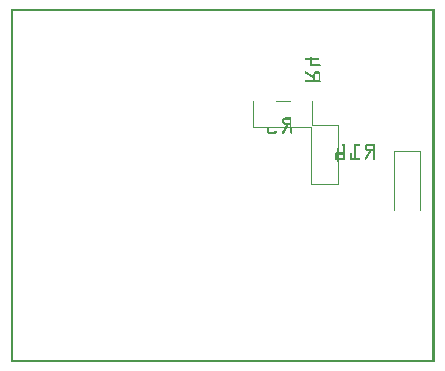
<source format=gbo>
G04 MADE WITH FRITZING*
G04 WWW.FRITZING.ORG*
G04 DOUBLE SIDED*
G04 HOLES PLATED*
G04 CONTOUR ON CENTER OF CONTOUR VECTOR*
%ASAXBY*%
%FSLAX23Y23*%
%MOIN*%
%OFA0B0*%
%SFA1.0B1.0*%
%ADD10R,0.001000X0.001000*%
%LNSILK0*%
G90*
G70*
G54D10*
X1Y1177D02*
X1413Y1177D01*
X1Y1176D02*
X1413Y1176D01*
X1Y1175D02*
X1413Y1175D01*
X1Y1174D02*
X1413Y1174D01*
X1Y1173D02*
X1413Y1173D01*
X1Y1172D02*
X1413Y1172D01*
X1Y1171D02*
X1413Y1171D01*
X1Y1170D02*
X1413Y1170D01*
X1Y1169D02*
X8Y1169D01*
X1406Y1169D02*
X1413Y1169D01*
X1Y1168D02*
X8Y1168D01*
X1406Y1168D02*
X1413Y1168D01*
X1Y1167D02*
X8Y1167D01*
X1406Y1167D02*
X1413Y1167D01*
X1Y1166D02*
X8Y1166D01*
X1406Y1166D02*
X1413Y1166D01*
X1Y1165D02*
X8Y1165D01*
X1406Y1165D02*
X1413Y1165D01*
X1Y1164D02*
X8Y1164D01*
X1406Y1164D02*
X1413Y1164D01*
X1Y1163D02*
X8Y1163D01*
X1406Y1163D02*
X1413Y1163D01*
X1Y1162D02*
X8Y1162D01*
X1406Y1162D02*
X1413Y1162D01*
X1Y1161D02*
X8Y1161D01*
X1406Y1161D02*
X1413Y1161D01*
X1Y1160D02*
X8Y1160D01*
X1406Y1160D02*
X1413Y1160D01*
X1Y1159D02*
X8Y1159D01*
X1406Y1159D02*
X1413Y1159D01*
X1Y1158D02*
X8Y1158D01*
X1406Y1158D02*
X1413Y1158D01*
X1Y1157D02*
X8Y1157D01*
X1406Y1157D02*
X1413Y1157D01*
X1Y1156D02*
X8Y1156D01*
X1406Y1156D02*
X1413Y1156D01*
X1Y1155D02*
X8Y1155D01*
X1406Y1155D02*
X1413Y1155D01*
X1Y1154D02*
X8Y1154D01*
X1406Y1154D02*
X1413Y1154D01*
X1Y1153D02*
X8Y1153D01*
X1406Y1153D02*
X1413Y1153D01*
X1Y1152D02*
X8Y1152D01*
X1406Y1152D02*
X1413Y1152D01*
X1Y1151D02*
X8Y1151D01*
X1406Y1151D02*
X1413Y1151D01*
X1Y1150D02*
X8Y1150D01*
X1406Y1150D02*
X1413Y1150D01*
X1Y1149D02*
X8Y1149D01*
X1406Y1149D02*
X1413Y1149D01*
X1Y1148D02*
X8Y1148D01*
X1406Y1148D02*
X1413Y1148D01*
X1Y1147D02*
X8Y1147D01*
X1406Y1147D02*
X1413Y1147D01*
X1Y1146D02*
X8Y1146D01*
X1406Y1146D02*
X1413Y1146D01*
X1Y1145D02*
X8Y1145D01*
X1406Y1145D02*
X1413Y1145D01*
X1Y1144D02*
X8Y1144D01*
X1406Y1144D02*
X1413Y1144D01*
X1Y1143D02*
X8Y1143D01*
X1406Y1143D02*
X1413Y1143D01*
X1Y1142D02*
X8Y1142D01*
X1406Y1142D02*
X1413Y1142D01*
X1Y1141D02*
X8Y1141D01*
X1406Y1141D02*
X1413Y1141D01*
X1Y1140D02*
X8Y1140D01*
X1406Y1140D02*
X1413Y1140D01*
X1Y1139D02*
X8Y1139D01*
X1406Y1139D02*
X1413Y1139D01*
X1Y1138D02*
X8Y1138D01*
X1406Y1138D02*
X1413Y1138D01*
X1Y1137D02*
X8Y1137D01*
X1406Y1137D02*
X1413Y1137D01*
X1Y1136D02*
X8Y1136D01*
X1406Y1136D02*
X1413Y1136D01*
X1Y1135D02*
X8Y1135D01*
X1406Y1135D02*
X1413Y1135D01*
X1Y1134D02*
X8Y1134D01*
X1406Y1134D02*
X1413Y1134D01*
X1Y1133D02*
X8Y1133D01*
X1406Y1133D02*
X1413Y1133D01*
X1Y1132D02*
X8Y1132D01*
X1406Y1132D02*
X1413Y1132D01*
X1Y1131D02*
X8Y1131D01*
X1406Y1131D02*
X1413Y1131D01*
X1Y1130D02*
X8Y1130D01*
X1406Y1130D02*
X1413Y1130D01*
X1Y1129D02*
X8Y1129D01*
X1406Y1129D02*
X1413Y1129D01*
X1Y1128D02*
X8Y1128D01*
X1406Y1128D02*
X1413Y1128D01*
X1Y1127D02*
X8Y1127D01*
X1406Y1127D02*
X1413Y1127D01*
X1Y1126D02*
X8Y1126D01*
X1406Y1126D02*
X1413Y1126D01*
X1Y1125D02*
X8Y1125D01*
X1406Y1125D02*
X1413Y1125D01*
X1Y1124D02*
X8Y1124D01*
X1406Y1124D02*
X1413Y1124D01*
X1Y1123D02*
X8Y1123D01*
X1406Y1123D02*
X1413Y1123D01*
X1Y1122D02*
X8Y1122D01*
X1406Y1122D02*
X1413Y1122D01*
X1Y1121D02*
X8Y1121D01*
X1406Y1121D02*
X1413Y1121D01*
X1Y1120D02*
X8Y1120D01*
X1406Y1120D02*
X1413Y1120D01*
X1Y1119D02*
X8Y1119D01*
X1406Y1119D02*
X1413Y1119D01*
X1Y1118D02*
X8Y1118D01*
X1406Y1118D02*
X1413Y1118D01*
X1Y1117D02*
X8Y1117D01*
X1406Y1117D02*
X1413Y1117D01*
X1Y1116D02*
X8Y1116D01*
X1406Y1116D02*
X1413Y1116D01*
X1Y1115D02*
X8Y1115D01*
X1406Y1115D02*
X1413Y1115D01*
X1Y1114D02*
X8Y1114D01*
X1406Y1114D02*
X1413Y1114D01*
X1Y1113D02*
X8Y1113D01*
X1406Y1113D02*
X1413Y1113D01*
X1Y1112D02*
X8Y1112D01*
X1406Y1112D02*
X1413Y1112D01*
X1Y1111D02*
X8Y1111D01*
X1406Y1111D02*
X1413Y1111D01*
X1Y1110D02*
X8Y1110D01*
X1406Y1110D02*
X1413Y1110D01*
X1Y1109D02*
X8Y1109D01*
X1406Y1109D02*
X1413Y1109D01*
X1Y1108D02*
X8Y1108D01*
X1406Y1108D02*
X1413Y1108D01*
X1Y1107D02*
X8Y1107D01*
X1406Y1107D02*
X1413Y1107D01*
X1Y1106D02*
X8Y1106D01*
X1406Y1106D02*
X1413Y1106D01*
X1Y1105D02*
X8Y1105D01*
X1406Y1105D02*
X1413Y1105D01*
X1Y1104D02*
X8Y1104D01*
X1406Y1104D02*
X1413Y1104D01*
X1Y1103D02*
X8Y1103D01*
X1406Y1103D02*
X1413Y1103D01*
X1Y1102D02*
X8Y1102D01*
X1406Y1102D02*
X1413Y1102D01*
X1Y1101D02*
X8Y1101D01*
X1406Y1101D02*
X1413Y1101D01*
X1Y1100D02*
X8Y1100D01*
X1406Y1100D02*
X1413Y1100D01*
X1Y1099D02*
X8Y1099D01*
X1406Y1099D02*
X1413Y1099D01*
X1Y1098D02*
X8Y1098D01*
X1406Y1098D02*
X1413Y1098D01*
X1Y1097D02*
X8Y1097D01*
X1406Y1097D02*
X1413Y1097D01*
X1Y1096D02*
X8Y1096D01*
X1406Y1096D02*
X1413Y1096D01*
X1Y1095D02*
X8Y1095D01*
X1406Y1095D02*
X1413Y1095D01*
X1Y1094D02*
X8Y1094D01*
X1406Y1094D02*
X1413Y1094D01*
X1Y1093D02*
X8Y1093D01*
X1406Y1093D02*
X1413Y1093D01*
X1Y1092D02*
X8Y1092D01*
X1406Y1092D02*
X1413Y1092D01*
X1Y1091D02*
X8Y1091D01*
X1406Y1091D02*
X1413Y1091D01*
X1Y1090D02*
X8Y1090D01*
X1406Y1090D02*
X1413Y1090D01*
X1Y1089D02*
X8Y1089D01*
X1406Y1089D02*
X1413Y1089D01*
X1Y1088D02*
X8Y1088D01*
X1406Y1088D02*
X1413Y1088D01*
X1Y1087D02*
X8Y1087D01*
X1406Y1087D02*
X1413Y1087D01*
X1Y1086D02*
X8Y1086D01*
X1406Y1086D02*
X1413Y1086D01*
X1Y1085D02*
X8Y1085D01*
X1406Y1085D02*
X1413Y1085D01*
X1Y1084D02*
X8Y1084D01*
X1406Y1084D02*
X1413Y1084D01*
X1Y1083D02*
X8Y1083D01*
X1406Y1083D02*
X1413Y1083D01*
X1Y1082D02*
X8Y1082D01*
X1406Y1082D02*
X1413Y1082D01*
X1Y1081D02*
X8Y1081D01*
X1406Y1081D02*
X1413Y1081D01*
X1Y1080D02*
X8Y1080D01*
X1406Y1080D02*
X1413Y1080D01*
X1Y1079D02*
X8Y1079D01*
X1406Y1079D02*
X1413Y1079D01*
X1Y1078D02*
X8Y1078D01*
X1406Y1078D02*
X1413Y1078D01*
X1Y1077D02*
X8Y1077D01*
X1406Y1077D02*
X1413Y1077D01*
X1Y1076D02*
X8Y1076D01*
X1406Y1076D02*
X1413Y1076D01*
X1Y1075D02*
X8Y1075D01*
X1406Y1075D02*
X1413Y1075D01*
X1Y1074D02*
X8Y1074D01*
X1406Y1074D02*
X1413Y1074D01*
X1Y1073D02*
X8Y1073D01*
X1406Y1073D02*
X1413Y1073D01*
X1Y1072D02*
X8Y1072D01*
X1406Y1072D02*
X1413Y1072D01*
X1Y1071D02*
X8Y1071D01*
X1406Y1071D02*
X1413Y1071D01*
X1Y1070D02*
X8Y1070D01*
X1406Y1070D02*
X1413Y1070D01*
X1Y1069D02*
X8Y1069D01*
X1406Y1069D02*
X1413Y1069D01*
X1Y1068D02*
X8Y1068D01*
X1406Y1068D02*
X1413Y1068D01*
X1Y1067D02*
X8Y1067D01*
X1406Y1067D02*
X1413Y1067D01*
X1Y1066D02*
X8Y1066D01*
X1406Y1066D02*
X1413Y1066D01*
X1Y1065D02*
X8Y1065D01*
X1406Y1065D02*
X1413Y1065D01*
X1Y1064D02*
X8Y1064D01*
X1406Y1064D02*
X1413Y1064D01*
X1Y1063D02*
X8Y1063D01*
X1406Y1063D02*
X1413Y1063D01*
X1Y1062D02*
X8Y1062D01*
X1406Y1062D02*
X1413Y1062D01*
X1Y1061D02*
X8Y1061D01*
X1406Y1061D02*
X1413Y1061D01*
X1Y1060D02*
X8Y1060D01*
X1406Y1060D02*
X1413Y1060D01*
X1Y1059D02*
X8Y1059D01*
X1406Y1059D02*
X1413Y1059D01*
X1Y1058D02*
X8Y1058D01*
X1406Y1058D02*
X1413Y1058D01*
X1Y1057D02*
X8Y1057D01*
X1406Y1057D02*
X1413Y1057D01*
X1Y1056D02*
X8Y1056D01*
X1406Y1056D02*
X1413Y1056D01*
X1Y1055D02*
X8Y1055D01*
X1406Y1055D02*
X1413Y1055D01*
X1Y1054D02*
X8Y1054D01*
X1406Y1054D02*
X1413Y1054D01*
X1Y1053D02*
X8Y1053D01*
X1406Y1053D02*
X1413Y1053D01*
X1Y1052D02*
X8Y1052D01*
X1406Y1052D02*
X1413Y1052D01*
X1Y1051D02*
X8Y1051D01*
X1406Y1051D02*
X1413Y1051D01*
X1Y1050D02*
X8Y1050D01*
X1406Y1050D02*
X1413Y1050D01*
X1Y1049D02*
X8Y1049D01*
X1406Y1049D02*
X1413Y1049D01*
X1Y1048D02*
X8Y1048D01*
X1406Y1048D02*
X1413Y1048D01*
X1Y1047D02*
X8Y1047D01*
X1406Y1047D02*
X1413Y1047D01*
X1Y1046D02*
X8Y1046D01*
X1406Y1046D02*
X1413Y1046D01*
X1Y1045D02*
X8Y1045D01*
X1406Y1045D02*
X1413Y1045D01*
X1Y1044D02*
X8Y1044D01*
X1406Y1044D02*
X1413Y1044D01*
X1Y1043D02*
X8Y1043D01*
X1406Y1043D02*
X1413Y1043D01*
X1Y1042D02*
X8Y1042D01*
X1406Y1042D02*
X1413Y1042D01*
X1Y1041D02*
X8Y1041D01*
X1406Y1041D02*
X1413Y1041D01*
X1Y1040D02*
X8Y1040D01*
X1406Y1040D02*
X1413Y1040D01*
X1Y1039D02*
X8Y1039D01*
X1406Y1039D02*
X1413Y1039D01*
X1Y1038D02*
X8Y1038D01*
X1406Y1038D02*
X1413Y1038D01*
X1Y1037D02*
X8Y1037D01*
X1406Y1037D02*
X1413Y1037D01*
X1Y1036D02*
X8Y1036D01*
X1406Y1036D02*
X1413Y1036D01*
X1Y1035D02*
X8Y1035D01*
X1406Y1035D02*
X1413Y1035D01*
X1Y1034D02*
X8Y1034D01*
X1406Y1034D02*
X1413Y1034D01*
X1Y1033D02*
X8Y1033D01*
X1406Y1033D02*
X1413Y1033D01*
X1Y1032D02*
X8Y1032D01*
X1406Y1032D02*
X1413Y1032D01*
X1Y1031D02*
X8Y1031D01*
X1406Y1031D02*
X1413Y1031D01*
X1Y1030D02*
X8Y1030D01*
X1406Y1030D02*
X1413Y1030D01*
X1Y1029D02*
X8Y1029D01*
X1406Y1029D02*
X1413Y1029D01*
X1Y1028D02*
X8Y1028D01*
X1406Y1028D02*
X1413Y1028D01*
X1Y1027D02*
X8Y1027D01*
X1406Y1027D02*
X1413Y1027D01*
X1Y1026D02*
X8Y1026D01*
X1406Y1026D02*
X1413Y1026D01*
X1Y1025D02*
X8Y1025D01*
X1406Y1025D02*
X1413Y1025D01*
X1Y1024D02*
X8Y1024D01*
X1406Y1024D02*
X1413Y1024D01*
X1Y1023D02*
X8Y1023D01*
X1406Y1023D02*
X1413Y1023D01*
X1Y1022D02*
X8Y1022D01*
X1406Y1022D02*
X1413Y1022D01*
X1Y1021D02*
X8Y1021D01*
X1406Y1021D02*
X1413Y1021D01*
X1Y1020D02*
X8Y1020D01*
X1406Y1020D02*
X1413Y1020D01*
X1Y1019D02*
X8Y1019D01*
X1406Y1019D02*
X1413Y1019D01*
X1Y1018D02*
X8Y1018D01*
X1406Y1018D02*
X1413Y1018D01*
X1Y1017D02*
X8Y1017D01*
X1000Y1017D02*
X1003Y1017D01*
X1406Y1017D02*
X1413Y1017D01*
X1Y1016D02*
X8Y1016D01*
X999Y1016D02*
X1004Y1016D01*
X1406Y1016D02*
X1413Y1016D01*
X1Y1015D02*
X8Y1015D01*
X998Y1015D02*
X1004Y1015D01*
X1406Y1015D02*
X1413Y1015D01*
X1Y1014D02*
X8Y1014D01*
X983Y1014D02*
X1026Y1014D01*
X1406Y1014D02*
X1413Y1014D01*
X1Y1013D02*
X8Y1013D01*
X981Y1013D02*
X1027Y1013D01*
X1406Y1013D02*
X1413Y1013D01*
X1Y1012D02*
X8Y1012D01*
X981Y1012D02*
X1028Y1012D01*
X1406Y1012D02*
X1413Y1012D01*
X1Y1011D02*
X8Y1011D01*
X981Y1011D02*
X1028Y1011D01*
X1406Y1011D02*
X1413Y1011D01*
X1Y1010D02*
X8Y1010D01*
X981Y1010D02*
X1028Y1010D01*
X1406Y1010D02*
X1413Y1010D01*
X1Y1009D02*
X8Y1009D01*
X981Y1009D02*
X1027Y1009D01*
X1406Y1009D02*
X1413Y1009D01*
X1Y1008D02*
X8Y1008D01*
X982Y1008D02*
X1026Y1008D01*
X1406Y1008D02*
X1413Y1008D01*
X1Y1007D02*
X8Y1007D01*
X998Y1007D02*
X1004Y1007D01*
X1406Y1007D02*
X1413Y1007D01*
X1Y1006D02*
X8Y1006D01*
X998Y1006D02*
X1004Y1006D01*
X1406Y1006D02*
X1413Y1006D01*
X1Y1005D02*
X8Y1005D01*
X998Y1005D02*
X1004Y1005D01*
X1406Y1005D02*
X1413Y1005D01*
X1Y1004D02*
X8Y1004D01*
X998Y1004D02*
X1004Y1004D01*
X1406Y1004D02*
X1413Y1004D01*
X1Y1003D02*
X8Y1003D01*
X998Y1003D02*
X1004Y1003D01*
X1406Y1003D02*
X1413Y1003D01*
X1Y1002D02*
X8Y1002D01*
X998Y1002D02*
X1004Y1002D01*
X1406Y1002D02*
X1413Y1002D01*
X1Y1001D02*
X8Y1001D01*
X998Y1001D02*
X1004Y1001D01*
X1406Y1001D02*
X1413Y1001D01*
X1Y1000D02*
X8Y1000D01*
X998Y1000D02*
X1004Y1000D01*
X1406Y1000D02*
X1413Y1000D01*
X1Y999D02*
X8Y999D01*
X998Y999D02*
X1004Y999D01*
X1406Y999D02*
X1413Y999D01*
X1Y998D02*
X8Y998D01*
X998Y998D02*
X1004Y998D01*
X1406Y998D02*
X1413Y998D01*
X1Y997D02*
X8Y997D01*
X998Y997D02*
X1004Y997D01*
X1406Y997D02*
X1413Y997D01*
X1Y996D02*
X8Y996D01*
X998Y996D02*
X1004Y996D01*
X1406Y996D02*
X1413Y996D01*
X1Y995D02*
X8Y995D01*
X998Y995D02*
X1004Y995D01*
X1406Y995D02*
X1413Y995D01*
X1Y994D02*
X8Y994D01*
X998Y994D02*
X1004Y994D01*
X1406Y994D02*
X1413Y994D01*
X1Y993D02*
X8Y993D01*
X998Y993D02*
X1032Y993D01*
X1406Y993D02*
X1413Y993D01*
X1Y992D02*
X8Y992D01*
X998Y992D02*
X1033Y992D01*
X1406Y992D02*
X1413Y992D01*
X1Y991D02*
X8Y991D01*
X998Y991D02*
X1034Y991D01*
X1406Y991D02*
X1413Y991D01*
X1Y990D02*
X8Y990D01*
X998Y990D02*
X1034Y990D01*
X1406Y990D02*
X1413Y990D01*
X1Y989D02*
X8Y989D01*
X998Y989D02*
X1033Y989D01*
X1406Y989D02*
X1413Y989D01*
X1Y988D02*
X8Y988D01*
X998Y988D02*
X1033Y988D01*
X1406Y988D02*
X1413Y988D01*
X1Y987D02*
X8Y987D01*
X998Y987D02*
X1031Y987D01*
X1406Y987D02*
X1413Y987D01*
X1Y986D02*
X8Y986D01*
X1406Y986D02*
X1413Y986D01*
X1Y985D02*
X8Y985D01*
X1406Y985D02*
X1413Y985D01*
X1Y984D02*
X8Y984D01*
X1406Y984D02*
X1413Y984D01*
X1Y983D02*
X8Y983D01*
X1406Y983D02*
X1413Y983D01*
X1Y982D02*
X8Y982D01*
X1406Y982D02*
X1413Y982D01*
X1Y981D02*
X8Y981D01*
X1406Y981D02*
X1413Y981D01*
X1Y980D02*
X8Y980D01*
X1406Y980D02*
X1413Y980D01*
X1Y979D02*
X8Y979D01*
X1406Y979D02*
X1413Y979D01*
X1Y978D02*
X8Y978D01*
X1406Y978D02*
X1413Y978D01*
X1Y977D02*
X8Y977D01*
X1406Y977D02*
X1413Y977D01*
X1Y976D02*
X8Y976D01*
X1406Y976D02*
X1413Y976D01*
X1Y975D02*
X8Y975D01*
X1406Y975D02*
X1413Y975D01*
X1Y974D02*
X8Y974D01*
X1406Y974D02*
X1413Y974D01*
X1Y973D02*
X8Y973D01*
X1406Y973D02*
X1413Y973D01*
X1Y972D02*
X8Y972D01*
X1406Y972D02*
X1413Y972D01*
X1Y971D02*
X8Y971D01*
X1406Y971D02*
X1413Y971D01*
X1Y970D02*
X8Y970D01*
X1406Y970D02*
X1413Y970D01*
X1Y969D02*
X8Y969D01*
X982Y969D02*
X985Y969D01*
X1017Y969D02*
X1027Y969D01*
X1406Y969D02*
X1413Y969D01*
X1Y968D02*
X8Y968D01*
X981Y968D02*
X987Y968D01*
X1015Y968D02*
X1029Y968D01*
X1406Y968D02*
X1413Y968D01*
X1Y967D02*
X8Y967D01*
X981Y967D02*
X989Y967D01*
X1014Y967D02*
X1030Y967D01*
X1406Y967D02*
X1413Y967D01*
X1Y966D02*
X8Y966D01*
X981Y966D02*
X990Y966D01*
X1013Y966D02*
X1031Y966D01*
X1406Y966D02*
X1413Y966D01*
X1Y965D02*
X8Y965D01*
X981Y965D02*
X992Y965D01*
X1012Y965D02*
X1032Y965D01*
X1406Y965D02*
X1413Y965D01*
X1Y964D02*
X8Y964D01*
X981Y964D02*
X994Y964D01*
X1011Y964D02*
X1032Y964D01*
X1406Y964D02*
X1413Y964D01*
X1Y963D02*
X8Y963D01*
X982Y963D02*
X995Y963D01*
X1011Y963D02*
X1032Y963D01*
X1406Y963D02*
X1413Y963D01*
X1Y962D02*
X8Y962D01*
X984Y962D02*
X997Y962D01*
X1010Y962D02*
X1018Y962D01*
X1026Y962D02*
X1031Y962D01*
X1406Y962D02*
X1413Y962D01*
X1Y961D02*
X8Y961D01*
X986Y961D02*
X999Y961D01*
X1010Y961D02*
X1017Y961D01*
X1027Y961D02*
X1031Y961D01*
X1406Y961D02*
X1413Y961D01*
X1Y960D02*
X8Y960D01*
X988Y960D02*
X1001Y960D01*
X1010Y960D02*
X1016Y960D01*
X1028Y960D02*
X1031Y960D01*
X1406Y960D02*
X1413Y960D01*
X1Y959D02*
X8Y959D01*
X989Y959D02*
X1002Y959D01*
X1010Y959D02*
X1016Y959D01*
X1028Y959D02*
X1031Y959D01*
X1406Y959D02*
X1413Y959D01*
X1Y958D02*
X8Y958D01*
X991Y958D02*
X1004Y958D01*
X1010Y958D02*
X1016Y958D01*
X1028Y958D02*
X1031Y958D01*
X1406Y958D02*
X1413Y958D01*
X1Y957D02*
X8Y957D01*
X993Y957D02*
X1006Y957D01*
X1010Y957D02*
X1016Y957D01*
X1028Y957D02*
X1030Y957D01*
X1406Y957D02*
X1413Y957D01*
X1Y956D02*
X8Y956D01*
X994Y956D02*
X1007Y956D01*
X1010Y956D02*
X1016Y956D01*
X1028Y956D02*
X1030Y956D01*
X1406Y956D02*
X1413Y956D01*
X1Y955D02*
X8Y955D01*
X996Y955D02*
X1016Y955D01*
X1028Y955D02*
X1030Y955D01*
X1406Y955D02*
X1413Y955D01*
X1Y954D02*
X8Y954D01*
X998Y954D02*
X1016Y954D01*
X1028Y954D02*
X1030Y954D01*
X1406Y954D02*
X1413Y954D01*
X1Y953D02*
X8Y953D01*
X1000Y953D02*
X1016Y953D01*
X1028Y953D02*
X1030Y953D01*
X1406Y953D02*
X1413Y953D01*
X1Y952D02*
X8Y952D01*
X1001Y952D02*
X1016Y952D01*
X1028Y952D02*
X1030Y952D01*
X1406Y952D02*
X1413Y952D01*
X1Y951D02*
X8Y951D01*
X1003Y951D02*
X1016Y951D01*
X1028Y951D02*
X1030Y951D01*
X1406Y951D02*
X1413Y951D01*
X1Y950D02*
X8Y950D01*
X1005Y950D02*
X1016Y950D01*
X1028Y950D02*
X1030Y950D01*
X1406Y950D02*
X1413Y950D01*
X1Y949D02*
X8Y949D01*
X1006Y949D02*
X1016Y949D01*
X1028Y949D02*
X1030Y949D01*
X1406Y949D02*
X1413Y949D01*
X1Y948D02*
X8Y948D01*
X1008Y948D02*
X1016Y948D01*
X1028Y948D02*
X1030Y948D01*
X1406Y948D02*
X1413Y948D01*
X1Y947D02*
X8Y947D01*
X1010Y947D02*
X1016Y947D01*
X1028Y947D02*
X1030Y947D01*
X1406Y947D02*
X1413Y947D01*
X1Y946D02*
X8Y946D01*
X1010Y946D02*
X1016Y946D01*
X1028Y946D02*
X1031Y946D01*
X1406Y946D02*
X1413Y946D01*
X1Y945D02*
X8Y945D01*
X1010Y945D02*
X1016Y945D01*
X1028Y945D02*
X1031Y945D01*
X1406Y945D02*
X1413Y945D01*
X1Y944D02*
X8Y944D01*
X1010Y944D02*
X1016Y944D01*
X1028Y944D02*
X1031Y944D01*
X1406Y944D02*
X1413Y944D01*
X1Y943D02*
X8Y943D01*
X1010Y943D02*
X1016Y943D01*
X1028Y943D02*
X1031Y943D01*
X1406Y943D02*
X1413Y943D01*
X1Y942D02*
X8Y942D01*
X984Y942D02*
X1031Y942D01*
X1406Y942D02*
X1413Y942D01*
X1Y941D02*
X8Y941D01*
X982Y941D02*
X1032Y941D01*
X1406Y941D02*
X1413Y941D01*
X1Y940D02*
X8Y940D01*
X981Y940D02*
X1032Y940D01*
X1406Y940D02*
X1413Y940D01*
X1Y939D02*
X8Y939D01*
X981Y939D02*
X1032Y939D01*
X1406Y939D02*
X1413Y939D01*
X1Y938D02*
X8Y938D01*
X981Y938D02*
X1032Y938D01*
X1406Y938D02*
X1413Y938D01*
X1Y937D02*
X8Y937D01*
X981Y937D02*
X1033Y937D01*
X1406Y937D02*
X1413Y937D01*
X1Y936D02*
X8Y936D01*
X982Y936D02*
X1033Y936D01*
X1406Y936D02*
X1413Y936D01*
X1Y935D02*
X8Y935D01*
X1406Y935D02*
X1413Y935D01*
X1Y934D02*
X8Y934D01*
X1406Y934D02*
X1413Y934D01*
X1Y933D02*
X8Y933D01*
X1406Y933D02*
X1413Y933D01*
X1Y932D02*
X8Y932D01*
X1406Y932D02*
X1413Y932D01*
X1Y931D02*
X8Y931D01*
X1406Y931D02*
X1413Y931D01*
X1Y930D02*
X8Y930D01*
X1406Y930D02*
X1413Y930D01*
X1Y929D02*
X8Y929D01*
X1406Y929D02*
X1413Y929D01*
X1Y928D02*
X8Y928D01*
X1406Y928D02*
X1413Y928D01*
X1Y927D02*
X8Y927D01*
X1406Y927D02*
X1413Y927D01*
X1Y926D02*
X8Y926D01*
X1406Y926D02*
X1413Y926D01*
X1Y925D02*
X8Y925D01*
X1406Y925D02*
X1413Y925D01*
X1Y924D02*
X8Y924D01*
X1406Y924D02*
X1413Y924D01*
X1Y923D02*
X8Y923D01*
X1406Y923D02*
X1413Y923D01*
X1Y922D02*
X8Y922D01*
X1406Y922D02*
X1413Y922D01*
X1Y921D02*
X8Y921D01*
X1406Y921D02*
X1413Y921D01*
X1Y920D02*
X8Y920D01*
X1406Y920D02*
X1413Y920D01*
X1Y919D02*
X8Y919D01*
X1406Y919D02*
X1413Y919D01*
X1Y918D02*
X8Y918D01*
X1406Y918D02*
X1413Y918D01*
X1Y917D02*
X8Y917D01*
X1406Y917D02*
X1413Y917D01*
X1Y916D02*
X8Y916D01*
X1406Y916D02*
X1413Y916D01*
X1Y915D02*
X8Y915D01*
X1406Y915D02*
X1413Y915D01*
X1Y914D02*
X8Y914D01*
X1406Y914D02*
X1413Y914D01*
X1Y913D02*
X8Y913D01*
X1406Y913D02*
X1413Y913D01*
X1Y912D02*
X8Y912D01*
X1406Y912D02*
X1413Y912D01*
X1Y911D02*
X8Y911D01*
X1406Y911D02*
X1413Y911D01*
X1Y910D02*
X8Y910D01*
X1406Y910D02*
X1413Y910D01*
X1Y909D02*
X8Y909D01*
X1406Y909D02*
X1413Y909D01*
X1Y908D02*
X8Y908D01*
X1406Y908D02*
X1413Y908D01*
X1Y907D02*
X8Y907D01*
X1406Y907D02*
X1413Y907D01*
X1Y906D02*
X8Y906D01*
X1406Y906D02*
X1413Y906D01*
X1Y905D02*
X8Y905D01*
X1406Y905D02*
X1413Y905D01*
X1Y904D02*
X8Y904D01*
X1406Y904D02*
X1413Y904D01*
X1Y903D02*
X8Y903D01*
X1406Y903D02*
X1413Y903D01*
X1Y902D02*
X8Y902D01*
X1406Y902D02*
X1413Y902D01*
X1Y901D02*
X8Y901D01*
X1406Y901D02*
X1413Y901D01*
X1Y900D02*
X8Y900D01*
X1406Y900D02*
X1413Y900D01*
X1Y899D02*
X8Y899D01*
X1406Y899D02*
X1413Y899D01*
X1Y898D02*
X8Y898D01*
X1406Y898D02*
X1413Y898D01*
X1Y897D02*
X8Y897D01*
X1406Y897D02*
X1413Y897D01*
X1Y896D02*
X8Y896D01*
X1406Y896D02*
X1413Y896D01*
X1Y895D02*
X8Y895D01*
X1406Y895D02*
X1413Y895D01*
X1Y894D02*
X8Y894D01*
X1406Y894D02*
X1413Y894D01*
X1Y893D02*
X8Y893D01*
X1406Y893D02*
X1413Y893D01*
X1Y892D02*
X8Y892D01*
X1406Y892D02*
X1413Y892D01*
X1Y891D02*
X8Y891D01*
X1406Y891D02*
X1413Y891D01*
X1Y890D02*
X8Y890D01*
X1406Y890D02*
X1413Y890D01*
X1Y889D02*
X8Y889D01*
X1406Y889D02*
X1413Y889D01*
X1Y888D02*
X8Y888D01*
X1406Y888D02*
X1413Y888D01*
X1Y887D02*
X8Y887D01*
X1406Y887D02*
X1413Y887D01*
X1Y886D02*
X8Y886D01*
X1406Y886D02*
X1413Y886D01*
X1Y885D02*
X8Y885D01*
X1406Y885D02*
X1413Y885D01*
X1Y884D02*
X8Y884D01*
X1406Y884D02*
X1413Y884D01*
X1Y883D02*
X8Y883D01*
X1406Y883D02*
X1413Y883D01*
X1Y882D02*
X8Y882D01*
X1406Y882D02*
X1413Y882D01*
X1Y881D02*
X8Y881D01*
X1406Y881D02*
X1413Y881D01*
X1Y880D02*
X8Y880D01*
X1406Y880D02*
X1413Y880D01*
X1Y879D02*
X8Y879D01*
X1406Y879D02*
X1413Y879D01*
X1Y878D02*
X8Y878D01*
X1406Y878D02*
X1413Y878D01*
X1Y877D02*
X8Y877D01*
X1406Y877D02*
X1413Y877D01*
X1Y876D02*
X8Y876D01*
X1406Y876D02*
X1413Y876D01*
X1Y875D02*
X8Y875D01*
X1406Y875D02*
X1413Y875D01*
X1Y874D02*
X8Y874D01*
X1406Y874D02*
X1413Y874D01*
X1Y873D02*
X8Y873D01*
X1406Y873D02*
X1413Y873D01*
X1Y872D02*
X8Y872D01*
X810Y872D02*
X1009Y872D01*
X1406Y872D02*
X1413Y872D01*
X1Y871D02*
X8Y871D01*
X809Y871D02*
X1009Y871D01*
X1406Y871D02*
X1413Y871D01*
X1Y870D02*
X8Y870D01*
X809Y870D02*
X1009Y870D01*
X1406Y870D02*
X1413Y870D01*
X1Y869D02*
X8Y869D01*
X809Y869D02*
X811Y869D01*
X885Y869D02*
X933Y869D01*
X1007Y869D02*
X1009Y869D01*
X1406Y869D02*
X1413Y869D01*
X1Y868D02*
X8Y868D01*
X809Y868D02*
X811Y868D01*
X1007Y868D02*
X1009Y868D01*
X1406Y868D02*
X1413Y868D01*
X1Y867D02*
X8Y867D01*
X809Y867D02*
X811Y867D01*
X1007Y867D02*
X1009Y867D01*
X1406Y867D02*
X1413Y867D01*
X1Y866D02*
X8Y866D01*
X809Y866D02*
X811Y866D01*
X1007Y866D02*
X1009Y866D01*
X1406Y866D02*
X1413Y866D01*
X1Y865D02*
X8Y865D01*
X809Y865D02*
X811Y865D01*
X1007Y865D02*
X1009Y865D01*
X1406Y865D02*
X1413Y865D01*
X1Y864D02*
X8Y864D01*
X809Y864D02*
X811Y864D01*
X1007Y864D02*
X1009Y864D01*
X1406Y864D02*
X1413Y864D01*
X1Y863D02*
X8Y863D01*
X809Y863D02*
X811Y863D01*
X1007Y863D02*
X1009Y863D01*
X1406Y863D02*
X1413Y863D01*
X1Y862D02*
X8Y862D01*
X809Y862D02*
X811Y862D01*
X1007Y862D02*
X1009Y862D01*
X1406Y862D02*
X1413Y862D01*
X1Y861D02*
X8Y861D01*
X809Y861D02*
X811Y861D01*
X1007Y861D02*
X1009Y861D01*
X1406Y861D02*
X1413Y861D01*
X1Y860D02*
X8Y860D01*
X809Y860D02*
X811Y860D01*
X1007Y860D02*
X1009Y860D01*
X1406Y860D02*
X1413Y860D01*
X1Y859D02*
X8Y859D01*
X809Y859D02*
X811Y859D01*
X1007Y859D02*
X1009Y859D01*
X1406Y859D02*
X1413Y859D01*
X1Y858D02*
X8Y858D01*
X809Y858D02*
X811Y858D01*
X1007Y858D02*
X1009Y858D01*
X1406Y858D02*
X1413Y858D01*
X1Y857D02*
X8Y857D01*
X809Y857D02*
X811Y857D01*
X1007Y857D02*
X1009Y857D01*
X1406Y857D02*
X1413Y857D01*
X1Y856D02*
X8Y856D01*
X809Y856D02*
X811Y856D01*
X1007Y856D02*
X1009Y856D01*
X1406Y856D02*
X1413Y856D01*
X1Y855D02*
X8Y855D01*
X809Y855D02*
X811Y855D01*
X1007Y855D02*
X1009Y855D01*
X1406Y855D02*
X1413Y855D01*
X1Y854D02*
X8Y854D01*
X809Y854D02*
X811Y854D01*
X1007Y854D02*
X1009Y854D01*
X1406Y854D02*
X1413Y854D01*
X1Y853D02*
X8Y853D01*
X809Y853D02*
X811Y853D01*
X1007Y853D02*
X1009Y853D01*
X1406Y853D02*
X1413Y853D01*
X1Y852D02*
X8Y852D01*
X809Y852D02*
X811Y852D01*
X1007Y852D02*
X1009Y852D01*
X1406Y852D02*
X1413Y852D01*
X1Y851D02*
X8Y851D01*
X809Y851D02*
X811Y851D01*
X1007Y851D02*
X1009Y851D01*
X1406Y851D02*
X1413Y851D01*
X1Y850D02*
X8Y850D01*
X809Y850D02*
X811Y850D01*
X1007Y850D02*
X1009Y850D01*
X1406Y850D02*
X1413Y850D01*
X1Y849D02*
X8Y849D01*
X809Y849D02*
X811Y849D01*
X1007Y849D02*
X1009Y849D01*
X1406Y849D02*
X1413Y849D01*
X1Y848D02*
X8Y848D01*
X809Y848D02*
X811Y848D01*
X1007Y848D02*
X1009Y848D01*
X1406Y848D02*
X1413Y848D01*
X1Y847D02*
X8Y847D01*
X809Y847D02*
X811Y847D01*
X1007Y847D02*
X1009Y847D01*
X1406Y847D02*
X1413Y847D01*
X1Y846D02*
X8Y846D01*
X809Y846D02*
X811Y846D01*
X1007Y846D02*
X1009Y846D01*
X1406Y846D02*
X1413Y846D01*
X1Y845D02*
X8Y845D01*
X809Y845D02*
X811Y845D01*
X1007Y845D02*
X1009Y845D01*
X1406Y845D02*
X1413Y845D01*
X1Y844D02*
X8Y844D01*
X809Y844D02*
X811Y844D01*
X1007Y844D02*
X1009Y844D01*
X1406Y844D02*
X1413Y844D01*
X1Y843D02*
X8Y843D01*
X809Y843D02*
X811Y843D01*
X1007Y843D02*
X1009Y843D01*
X1406Y843D02*
X1413Y843D01*
X1Y842D02*
X8Y842D01*
X809Y842D02*
X811Y842D01*
X1007Y842D02*
X1009Y842D01*
X1406Y842D02*
X1413Y842D01*
X1Y841D02*
X8Y841D01*
X809Y841D02*
X811Y841D01*
X1007Y841D02*
X1009Y841D01*
X1406Y841D02*
X1413Y841D01*
X1Y840D02*
X8Y840D01*
X809Y840D02*
X811Y840D01*
X1007Y840D02*
X1009Y840D01*
X1406Y840D02*
X1413Y840D01*
X1Y839D02*
X8Y839D01*
X809Y839D02*
X811Y839D01*
X1007Y839D02*
X1009Y839D01*
X1406Y839D02*
X1413Y839D01*
X1Y838D02*
X8Y838D01*
X809Y838D02*
X811Y838D01*
X1007Y838D02*
X1009Y838D01*
X1406Y838D02*
X1413Y838D01*
X1Y837D02*
X8Y837D01*
X809Y837D02*
X811Y837D01*
X1007Y837D02*
X1009Y837D01*
X1406Y837D02*
X1413Y837D01*
X1Y836D02*
X8Y836D01*
X809Y836D02*
X811Y836D01*
X1007Y836D02*
X1009Y836D01*
X1406Y836D02*
X1413Y836D01*
X1Y835D02*
X8Y835D01*
X809Y835D02*
X811Y835D01*
X1007Y835D02*
X1009Y835D01*
X1406Y835D02*
X1413Y835D01*
X1Y834D02*
X8Y834D01*
X809Y834D02*
X811Y834D01*
X1007Y834D02*
X1009Y834D01*
X1406Y834D02*
X1413Y834D01*
X1Y833D02*
X8Y833D01*
X809Y833D02*
X811Y833D01*
X1007Y833D02*
X1009Y833D01*
X1406Y833D02*
X1413Y833D01*
X1Y832D02*
X8Y832D01*
X809Y832D02*
X811Y832D01*
X1007Y832D02*
X1009Y832D01*
X1406Y832D02*
X1413Y832D01*
X1Y831D02*
X8Y831D01*
X809Y831D02*
X811Y831D01*
X1007Y831D02*
X1009Y831D01*
X1406Y831D02*
X1413Y831D01*
X1Y830D02*
X8Y830D01*
X809Y830D02*
X811Y830D01*
X1007Y830D02*
X1009Y830D01*
X1406Y830D02*
X1413Y830D01*
X1Y829D02*
X8Y829D01*
X809Y829D02*
X811Y829D01*
X1007Y829D02*
X1009Y829D01*
X1406Y829D02*
X1413Y829D01*
X1Y828D02*
X8Y828D01*
X809Y828D02*
X811Y828D01*
X1007Y828D02*
X1009Y828D01*
X1406Y828D02*
X1413Y828D01*
X1Y827D02*
X8Y827D01*
X809Y827D02*
X811Y827D01*
X1007Y827D02*
X1009Y827D01*
X1406Y827D02*
X1413Y827D01*
X1Y826D02*
X8Y826D01*
X809Y826D02*
X811Y826D01*
X1007Y826D02*
X1009Y826D01*
X1406Y826D02*
X1413Y826D01*
X1Y825D02*
X8Y825D01*
X809Y825D02*
X811Y825D01*
X1007Y825D02*
X1009Y825D01*
X1406Y825D02*
X1413Y825D01*
X1Y824D02*
X8Y824D01*
X809Y824D02*
X811Y824D01*
X1007Y824D02*
X1009Y824D01*
X1406Y824D02*
X1413Y824D01*
X1Y823D02*
X8Y823D01*
X809Y823D02*
X811Y823D01*
X1007Y823D02*
X1009Y823D01*
X1406Y823D02*
X1413Y823D01*
X1Y822D02*
X8Y822D01*
X809Y822D02*
X811Y822D01*
X1007Y822D02*
X1009Y822D01*
X1406Y822D02*
X1413Y822D01*
X1Y821D02*
X8Y821D01*
X809Y821D02*
X811Y821D01*
X1007Y821D02*
X1009Y821D01*
X1406Y821D02*
X1413Y821D01*
X1Y820D02*
X8Y820D01*
X809Y820D02*
X811Y820D01*
X1007Y820D02*
X1009Y820D01*
X1406Y820D02*
X1413Y820D01*
X1Y819D02*
X8Y819D01*
X809Y819D02*
X811Y819D01*
X1007Y819D02*
X1009Y819D01*
X1406Y819D02*
X1413Y819D01*
X1Y818D02*
X8Y818D01*
X809Y818D02*
X811Y818D01*
X1007Y818D02*
X1009Y818D01*
X1406Y818D02*
X1413Y818D01*
X1Y817D02*
X8Y817D01*
X809Y817D02*
X811Y817D01*
X1007Y817D02*
X1009Y817D01*
X1406Y817D02*
X1413Y817D01*
X1Y816D02*
X8Y816D01*
X809Y816D02*
X811Y816D01*
X916Y816D02*
X933Y816D01*
X1007Y816D02*
X1009Y816D01*
X1406Y816D02*
X1413Y816D01*
X1Y815D02*
X8Y815D01*
X809Y815D02*
X811Y815D01*
X912Y815D02*
X933Y815D01*
X1007Y815D02*
X1009Y815D01*
X1406Y815D02*
X1413Y815D01*
X1Y814D02*
X8Y814D01*
X809Y814D02*
X811Y814D01*
X910Y814D02*
X933Y814D01*
X1007Y814D02*
X1009Y814D01*
X1406Y814D02*
X1413Y814D01*
X1Y813D02*
X8Y813D01*
X809Y813D02*
X811Y813D01*
X909Y813D02*
X933Y813D01*
X1007Y813D02*
X1009Y813D01*
X1406Y813D02*
X1413Y813D01*
X1Y812D02*
X8Y812D01*
X809Y812D02*
X811Y812D01*
X908Y812D02*
X933Y812D01*
X1007Y812D02*
X1009Y812D01*
X1406Y812D02*
X1413Y812D01*
X1Y811D02*
X8Y811D01*
X809Y811D02*
X811Y811D01*
X907Y811D02*
X933Y811D01*
X1007Y811D02*
X1009Y811D01*
X1406Y811D02*
X1413Y811D01*
X1Y810D02*
X8Y810D01*
X809Y810D02*
X811Y810D01*
X907Y810D02*
X933Y810D01*
X1007Y810D02*
X1009Y810D01*
X1406Y810D02*
X1413Y810D01*
X1Y809D02*
X8Y809D01*
X809Y809D02*
X811Y809D01*
X906Y809D02*
X933Y809D01*
X1007Y809D02*
X1009Y809D01*
X1406Y809D02*
X1413Y809D01*
X1Y808D02*
X8Y808D01*
X809Y808D02*
X811Y808D01*
X906Y808D02*
X913Y808D01*
X933Y808D02*
X933Y808D01*
X1007Y808D02*
X1009Y808D01*
X1406Y808D02*
X1413Y808D01*
X1Y807D02*
X8Y807D01*
X809Y807D02*
X811Y807D01*
X906Y807D02*
X912Y807D01*
X933Y807D02*
X933Y807D01*
X1007Y807D02*
X1009Y807D01*
X1406Y807D02*
X1413Y807D01*
X1Y806D02*
X8Y806D01*
X809Y806D02*
X811Y806D01*
X906Y806D02*
X912Y806D01*
X933Y806D02*
X933Y806D01*
X1007Y806D02*
X1009Y806D01*
X1406Y806D02*
X1413Y806D01*
X1Y805D02*
X8Y805D01*
X809Y805D02*
X811Y805D01*
X906Y805D02*
X912Y805D01*
X933Y805D02*
X933Y805D01*
X1007Y805D02*
X1009Y805D01*
X1406Y805D02*
X1413Y805D01*
X1Y804D02*
X8Y804D01*
X809Y804D02*
X811Y804D01*
X906Y804D02*
X912Y804D01*
X933Y804D02*
X933Y804D01*
X1007Y804D02*
X1009Y804D01*
X1406Y804D02*
X1413Y804D01*
X1Y803D02*
X8Y803D01*
X809Y803D02*
X811Y803D01*
X906Y803D02*
X912Y803D01*
X933Y803D02*
X933Y803D01*
X1007Y803D02*
X1009Y803D01*
X1406Y803D02*
X1413Y803D01*
X1Y802D02*
X8Y802D01*
X809Y802D02*
X811Y802D01*
X906Y802D02*
X912Y802D01*
X933Y802D02*
X933Y802D01*
X1007Y802D02*
X1009Y802D01*
X1406Y802D02*
X1413Y802D01*
X1Y801D02*
X8Y801D01*
X809Y801D02*
X811Y801D01*
X906Y801D02*
X912Y801D01*
X933Y801D02*
X933Y801D01*
X1007Y801D02*
X1009Y801D01*
X1406Y801D02*
X1413Y801D01*
X1Y800D02*
X8Y800D01*
X809Y800D02*
X811Y800D01*
X906Y800D02*
X912Y800D01*
X933Y800D02*
X933Y800D01*
X1007Y800D02*
X1009Y800D01*
X1406Y800D02*
X1413Y800D01*
X1Y799D02*
X8Y799D01*
X809Y799D02*
X811Y799D01*
X906Y799D02*
X913Y799D01*
X933Y799D02*
X933Y799D01*
X1007Y799D02*
X1009Y799D01*
X1406Y799D02*
X1413Y799D01*
X1Y798D02*
X8Y798D01*
X809Y798D02*
X811Y798D01*
X907Y798D02*
X933Y798D01*
X1007Y798D02*
X1009Y798D01*
X1406Y798D02*
X1413Y798D01*
X1Y797D02*
X8Y797D01*
X809Y797D02*
X811Y797D01*
X907Y797D02*
X933Y797D01*
X1007Y797D02*
X1009Y797D01*
X1406Y797D02*
X1413Y797D01*
X1Y796D02*
X8Y796D01*
X809Y796D02*
X811Y796D01*
X908Y796D02*
X933Y796D01*
X1007Y796D02*
X1009Y796D01*
X1406Y796D02*
X1413Y796D01*
X1Y795D02*
X8Y795D01*
X809Y795D02*
X811Y795D01*
X909Y795D02*
X933Y795D01*
X1007Y795D02*
X1009Y795D01*
X1406Y795D02*
X1413Y795D01*
X1Y794D02*
X8Y794D01*
X809Y794D02*
X811Y794D01*
X910Y794D02*
X933Y794D01*
X1007Y794D02*
X1009Y794D01*
X1406Y794D02*
X1413Y794D01*
X1Y793D02*
X8Y793D01*
X809Y793D02*
X811Y793D01*
X911Y793D02*
X933Y793D01*
X1007Y793D02*
X1009Y793D01*
X1406Y793D02*
X1413Y793D01*
X1Y792D02*
X8Y792D01*
X809Y792D02*
X811Y792D01*
X913Y792D02*
X933Y792D01*
X1007Y792D02*
X1009Y792D01*
X1406Y792D02*
X1413Y792D01*
X1Y791D02*
X8Y791D01*
X809Y791D02*
X811Y791D01*
X920Y791D02*
X928Y791D01*
X933Y791D02*
X933Y791D01*
X1007Y791D02*
X1093Y791D01*
X1406Y791D02*
X1413Y791D01*
X1Y790D02*
X8Y790D01*
X809Y790D02*
X811Y790D01*
X920Y790D02*
X927Y790D01*
X933Y790D02*
X933Y790D01*
X1007Y790D02*
X1093Y790D01*
X1406Y790D02*
X1413Y790D01*
X1Y789D02*
X8Y789D01*
X809Y789D02*
X811Y789D01*
X919Y789D02*
X926Y789D01*
X933Y789D02*
X933Y789D01*
X1007Y789D02*
X1093Y789D01*
X1406Y789D02*
X1413Y789D01*
X1Y788D02*
X8Y788D01*
X809Y788D02*
X811Y788D01*
X918Y788D02*
X926Y788D01*
X933Y788D02*
X933Y788D01*
X1091Y788D02*
X1093Y788D01*
X1406Y788D02*
X1413Y788D01*
X1Y787D02*
X8Y787D01*
X809Y787D02*
X811Y787D01*
X918Y787D02*
X925Y787D01*
X933Y787D02*
X933Y787D01*
X1091Y787D02*
X1093Y787D01*
X1406Y787D02*
X1413Y787D01*
X1Y786D02*
X8Y786D01*
X809Y786D02*
X811Y786D01*
X917Y786D02*
X925Y786D01*
X933Y786D02*
X933Y786D01*
X1091Y786D02*
X1093Y786D01*
X1406Y786D02*
X1413Y786D01*
X1Y785D02*
X8Y785D01*
X809Y785D02*
X811Y785D01*
X885Y785D02*
X933Y785D01*
X1091Y785D02*
X1093Y785D01*
X1406Y785D02*
X1413Y785D01*
X1Y784D02*
X8Y784D01*
X809Y784D02*
X1005Y784D01*
X1091Y784D02*
X1093Y784D01*
X1406Y784D02*
X1413Y784D01*
X1Y783D02*
X8Y783D01*
X809Y783D02*
X1005Y783D01*
X1091Y783D02*
X1093Y783D01*
X1406Y783D02*
X1413Y783D01*
X1Y782D02*
X8Y782D01*
X809Y782D02*
X1005Y782D01*
X1091Y782D02*
X1093Y782D01*
X1406Y782D02*
X1413Y782D01*
X1Y781D02*
X8Y781D01*
X856Y781D02*
X862Y781D01*
X914Y781D02*
X922Y781D01*
X933Y781D02*
X939Y781D01*
X1003Y781D02*
X1005Y781D01*
X1091Y781D02*
X1093Y781D01*
X1406Y781D02*
X1413Y781D01*
X1Y780D02*
X8Y780D01*
X856Y780D02*
X862Y780D01*
X914Y780D02*
X921Y780D01*
X933Y780D02*
X939Y780D01*
X1003Y780D02*
X1005Y780D01*
X1091Y780D02*
X1093Y780D01*
X1406Y780D02*
X1413Y780D01*
X1Y779D02*
X8Y779D01*
X856Y779D02*
X862Y779D01*
X913Y779D02*
X920Y779D01*
X933Y779D02*
X939Y779D01*
X1003Y779D02*
X1005Y779D01*
X1091Y779D02*
X1093Y779D01*
X1406Y779D02*
X1413Y779D01*
X1Y778D02*
X8Y778D01*
X856Y778D02*
X862Y778D01*
X913Y778D02*
X920Y778D01*
X933Y778D02*
X939Y778D01*
X1003Y778D02*
X1005Y778D01*
X1091Y778D02*
X1093Y778D01*
X1406Y778D02*
X1413Y778D01*
X1Y777D02*
X8Y777D01*
X856Y777D02*
X862Y777D01*
X912Y777D02*
X919Y777D01*
X933Y777D02*
X939Y777D01*
X1003Y777D02*
X1005Y777D01*
X1091Y777D02*
X1093Y777D01*
X1406Y777D02*
X1413Y777D01*
X1Y776D02*
X8Y776D01*
X856Y776D02*
X862Y776D01*
X911Y776D02*
X919Y776D01*
X933Y776D02*
X939Y776D01*
X1003Y776D02*
X1005Y776D01*
X1091Y776D02*
X1093Y776D01*
X1406Y776D02*
X1413Y776D01*
X1Y775D02*
X8Y775D01*
X856Y775D02*
X862Y775D01*
X911Y775D02*
X918Y775D01*
X933Y775D02*
X939Y775D01*
X1003Y775D02*
X1005Y775D01*
X1091Y775D02*
X1093Y775D01*
X1406Y775D02*
X1413Y775D01*
X1Y774D02*
X8Y774D01*
X856Y774D02*
X862Y774D01*
X910Y774D02*
X918Y774D01*
X933Y774D02*
X939Y774D01*
X1003Y774D02*
X1005Y774D01*
X1091Y774D02*
X1093Y774D01*
X1406Y774D02*
X1413Y774D01*
X1Y773D02*
X8Y773D01*
X856Y773D02*
X862Y773D01*
X910Y773D02*
X917Y773D01*
X933Y773D02*
X939Y773D01*
X1003Y773D02*
X1005Y773D01*
X1091Y773D02*
X1093Y773D01*
X1406Y773D02*
X1413Y773D01*
X1Y772D02*
X8Y772D01*
X856Y772D02*
X862Y772D01*
X909Y772D02*
X916Y772D01*
X933Y772D02*
X939Y772D01*
X1003Y772D02*
X1005Y772D01*
X1091Y772D02*
X1093Y772D01*
X1406Y772D02*
X1413Y772D01*
X1Y771D02*
X8Y771D01*
X856Y771D02*
X862Y771D01*
X884Y771D02*
X888Y771D01*
X909Y771D02*
X916Y771D01*
X933Y771D02*
X939Y771D01*
X1003Y771D02*
X1005Y771D01*
X1091Y771D02*
X1093Y771D01*
X1406Y771D02*
X1413Y771D01*
X1Y770D02*
X8Y770D01*
X856Y770D02*
X862Y770D01*
X882Y770D02*
X889Y770D01*
X908Y770D02*
X915Y770D01*
X933Y770D02*
X939Y770D01*
X1003Y770D02*
X1005Y770D01*
X1091Y770D02*
X1093Y770D01*
X1406Y770D02*
X1413Y770D01*
X1Y769D02*
X8Y769D01*
X856Y769D02*
X862Y769D01*
X880Y769D02*
X889Y769D01*
X907Y769D02*
X915Y769D01*
X933Y769D02*
X939Y769D01*
X1003Y769D02*
X1005Y769D01*
X1091Y769D02*
X1093Y769D01*
X1406Y769D02*
X1413Y769D01*
X1Y768D02*
X8Y768D01*
X856Y768D02*
X889Y768D01*
X907Y768D02*
X914Y768D01*
X933Y768D02*
X939Y768D01*
X1003Y768D02*
X1005Y768D01*
X1091Y768D02*
X1093Y768D01*
X1406Y768D02*
X1413Y768D01*
X1Y767D02*
X8Y767D01*
X856Y767D02*
X889Y767D01*
X906Y767D02*
X913Y767D01*
X933Y767D02*
X939Y767D01*
X1003Y767D02*
X1005Y767D01*
X1091Y767D02*
X1093Y767D01*
X1406Y767D02*
X1413Y767D01*
X1Y766D02*
X8Y766D01*
X857Y766D02*
X889Y766D01*
X906Y766D02*
X913Y766D01*
X933Y766D02*
X939Y766D01*
X1003Y766D02*
X1005Y766D01*
X1091Y766D02*
X1093Y766D01*
X1406Y766D02*
X1413Y766D01*
X1Y765D02*
X8Y765D01*
X857Y765D02*
X887Y765D01*
X906Y765D02*
X912Y765D01*
X933Y765D02*
X939Y765D01*
X1003Y765D02*
X1005Y765D01*
X1091Y765D02*
X1093Y765D01*
X1406Y765D02*
X1413Y765D01*
X1Y764D02*
X8Y764D01*
X858Y764D02*
X885Y764D01*
X906Y764D02*
X912Y764D01*
X934Y764D02*
X939Y764D01*
X1003Y764D02*
X1005Y764D01*
X1091Y764D02*
X1093Y764D01*
X1406Y764D02*
X1413Y764D01*
X1Y763D02*
X8Y763D01*
X859Y763D02*
X883Y763D01*
X907Y763D02*
X911Y763D01*
X934Y763D02*
X938Y763D01*
X1003Y763D02*
X1005Y763D01*
X1091Y763D02*
X1093Y763D01*
X1406Y763D02*
X1413Y763D01*
X1Y762D02*
X8Y762D01*
X862Y762D02*
X879Y762D01*
X909Y762D02*
X909Y762D01*
X936Y762D02*
X937Y762D01*
X1003Y762D02*
X1005Y762D01*
X1091Y762D02*
X1093Y762D01*
X1406Y762D02*
X1413Y762D01*
X1Y761D02*
X8Y761D01*
X1003Y761D02*
X1005Y761D01*
X1091Y761D02*
X1093Y761D01*
X1406Y761D02*
X1413Y761D01*
X1Y760D02*
X8Y760D01*
X1003Y760D02*
X1005Y760D01*
X1091Y760D02*
X1093Y760D01*
X1406Y760D02*
X1413Y760D01*
X1Y759D02*
X8Y759D01*
X1003Y759D02*
X1005Y759D01*
X1091Y759D02*
X1093Y759D01*
X1406Y759D02*
X1413Y759D01*
X1Y758D02*
X8Y758D01*
X1003Y758D02*
X1005Y758D01*
X1091Y758D02*
X1093Y758D01*
X1406Y758D02*
X1413Y758D01*
X1Y757D02*
X8Y757D01*
X1003Y757D02*
X1005Y757D01*
X1091Y757D02*
X1093Y757D01*
X1406Y757D02*
X1413Y757D01*
X1Y756D02*
X8Y756D01*
X1003Y756D02*
X1005Y756D01*
X1091Y756D02*
X1093Y756D01*
X1406Y756D02*
X1413Y756D01*
X1Y755D02*
X8Y755D01*
X1003Y755D02*
X1005Y755D01*
X1091Y755D02*
X1093Y755D01*
X1406Y755D02*
X1413Y755D01*
X1Y754D02*
X8Y754D01*
X1003Y754D02*
X1005Y754D01*
X1091Y754D02*
X1093Y754D01*
X1406Y754D02*
X1413Y754D01*
X1Y753D02*
X8Y753D01*
X1003Y753D02*
X1005Y753D01*
X1091Y753D02*
X1093Y753D01*
X1406Y753D02*
X1413Y753D01*
X1Y752D02*
X8Y752D01*
X1003Y752D02*
X1005Y752D01*
X1091Y752D02*
X1093Y752D01*
X1406Y752D02*
X1413Y752D01*
X1Y751D02*
X8Y751D01*
X1003Y751D02*
X1005Y751D01*
X1091Y751D02*
X1093Y751D01*
X1406Y751D02*
X1413Y751D01*
X1Y750D02*
X8Y750D01*
X1003Y750D02*
X1005Y750D01*
X1091Y750D02*
X1093Y750D01*
X1406Y750D02*
X1413Y750D01*
X1Y749D02*
X8Y749D01*
X1003Y749D02*
X1005Y749D01*
X1091Y749D02*
X1093Y749D01*
X1406Y749D02*
X1413Y749D01*
X1Y748D02*
X8Y748D01*
X1003Y748D02*
X1005Y748D01*
X1091Y748D02*
X1093Y748D01*
X1406Y748D02*
X1413Y748D01*
X1Y747D02*
X8Y747D01*
X1003Y747D02*
X1005Y747D01*
X1091Y747D02*
X1093Y747D01*
X1406Y747D02*
X1413Y747D01*
X1Y746D02*
X8Y746D01*
X1003Y746D02*
X1005Y746D01*
X1091Y746D02*
X1093Y746D01*
X1406Y746D02*
X1413Y746D01*
X1Y745D02*
X8Y745D01*
X1003Y745D02*
X1005Y745D01*
X1091Y745D02*
X1093Y745D01*
X1406Y745D02*
X1413Y745D01*
X1Y744D02*
X8Y744D01*
X1003Y744D02*
X1005Y744D01*
X1091Y744D02*
X1093Y744D01*
X1406Y744D02*
X1413Y744D01*
X1Y743D02*
X8Y743D01*
X1003Y743D02*
X1005Y743D01*
X1091Y743D02*
X1093Y743D01*
X1406Y743D02*
X1413Y743D01*
X1Y742D02*
X8Y742D01*
X1003Y742D02*
X1005Y742D01*
X1091Y742D02*
X1093Y742D01*
X1406Y742D02*
X1413Y742D01*
X1Y741D02*
X8Y741D01*
X1003Y741D02*
X1005Y741D01*
X1091Y741D02*
X1093Y741D01*
X1406Y741D02*
X1413Y741D01*
X1Y740D02*
X8Y740D01*
X1003Y740D02*
X1005Y740D01*
X1091Y740D02*
X1093Y740D01*
X1406Y740D02*
X1413Y740D01*
X1Y739D02*
X8Y739D01*
X1003Y739D02*
X1005Y739D01*
X1091Y739D02*
X1093Y739D01*
X1406Y739D02*
X1413Y739D01*
X1Y738D02*
X8Y738D01*
X1003Y738D02*
X1005Y738D01*
X1091Y738D02*
X1093Y738D01*
X1406Y738D02*
X1413Y738D01*
X1Y737D02*
X8Y737D01*
X1003Y737D02*
X1005Y737D01*
X1091Y737D02*
X1093Y737D01*
X1406Y737D02*
X1413Y737D01*
X1Y736D02*
X8Y736D01*
X1003Y736D02*
X1005Y736D01*
X1091Y736D02*
X1093Y736D01*
X1406Y736D02*
X1413Y736D01*
X1Y735D02*
X8Y735D01*
X1003Y735D02*
X1005Y735D01*
X1091Y735D02*
X1093Y735D01*
X1406Y735D02*
X1413Y735D01*
X1Y734D02*
X8Y734D01*
X1003Y734D02*
X1005Y734D01*
X1091Y734D02*
X1093Y734D01*
X1406Y734D02*
X1413Y734D01*
X1Y733D02*
X8Y733D01*
X1003Y733D02*
X1005Y733D01*
X1091Y733D02*
X1093Y733D01*
X1406Y733D02*
X1413Y733D01*
X1Y732D02*
X8Y732D01*
X1003Y732D02*
X1005Y732D01*
X1091Y732D02*
X1093Y732D01*
X1406Y732D02*
X1413Y732D01*
X1Y731D02*
X8Y731D01*
X1003Y731D02*
X1005Y731D01*
X1091Y731D02*
X1093Y731D01*
X1406Y731D02*
X1413Y731D01*
X1Y730D02*
X8Y730D01*
X1003Y730D02*
X1005Y730D01*
X1091Y730D02*
X1093Y730D01*
X1406Y730D02*
X1413Y730D01*
X1Y729D02*
X8Y729D01*
X1003Y729D02*
X1005Y729D01*
X1091Y729D02*
X1093Y729D01*
X1406Y729D02*
X1413Y729D01*
X1Y728D02*
X8Y728D01*
X1003Y728D02*
X1005Y728D01*
X1091Y728D02*
X1093Y728D01*
X1107Y728D02*
X1113Y728D01*
X1145Y728D02*
X1163Y728D01*
X1188Y728D02*
X1214Y728D01*
X1406Y728D02*
X1413Y728D01*
X1Y727D02*
X8Y727D01*
X1003Y727D02*
X1005Y727D01*
X1091Y727D02*
X1093Y727D01*
X1106Y727D02*
X1114Y727D01*
X1145Y727D02*
X1164Y727D01*
X1186Y727D02*
X1214Y727D01*
X1406Y727D02*
X1413Y727D01*
X1Y726D02*
X8Y726D01*
X1003Y726D02*
X1005Y726D01*
X1091Y726D02*
X1093Y726D01*
X1105Y726D02*
X1114Y726D01*
X1145Y726D02*
X1164Y726D01*
X1184Y726D02*
X1214Y726D01*
X1406Y726D02*
X1413Y726D01*
X1Y725D02*
X8Y725D01*
X1003Y725D02*
X1005Y725D01*
X1091Y725D02*
X1093Y725D01*
X1105Y725D02*
X1114Y725D01*
X1145Y725D02*
X1164Y725D01*
X1183Y725D02*
X1214Y725D01*
X1406Y725D02*
X1413Y725D01*
X1Y724D02*
X8Y724D01*
X1003Y724D02*
X1005Y724D01*
X1091Y724D02*
X1093Y724D01*
X1105Y724D02*
X1114Y724D01*
X1145Y724D02*
X1164Y724D01*
X1183Y724D02*
X1214Y724D01*
X1406Y724D02*
X1413Y724D01*
X1Y723D02*
X8Y723D01*
X1003Y723D02*
X1005Y723D01*
X1091Y723D02*
X1093Y723D01*
X1106Y723D02*
X1114Y723D01*
X1145Y723D02*
X1164Y723D01*
X1182Y723D02*
X1214Y723D01*
X1406Y723D02*
X1413Y723D01*
X1Y722D02*
X8Y722D01*
X1003Y722D02*
X1005Y722D01*
X1091Y722D02*
X1093Y722D01*
X1107Y722D02*
X1114Y722D01*
X1145Y722D02*
X1162Y722D01*
X1181Y722D02*
X1214Y722D01*
X1406Y722D02*
X1413Y722D01*
X1Y721D02*
X8Y721D01*
X1003Y721D02*
X1005Y721D01*
X1091Y721D02*
X1093Y721D01*
X1108Y721D02*
X1114Y721D01*
X1145Y721D02*
X1151Y721D01*
X1181Y721D02*
X1189Y721D01*
X1208Y721D02*
X1214Y721D01*
X1406Y721D02*
X1413Y721D01*
X1Y720D02*
X8Y720D01*
X1003Y720D02*
X1005Y720D01*
X1091Y720D02*
X1093Y720D01*
X1108Y720D02*
X1114Y720D01*
X1145Y720D02*
X1151Y720D01*
X1181Y720D02*
X1187Y720D01*
X1208Y720D02*
X1214Y720D01*
X1406Y720D02*
X1413Y720D01*
X1Y719D02*
X8Y719D01*
X1003Y719D02*
X1005Y719D01*
X1091Y719D02*
X1093Y719D01*
X1108Y719D02*
X1114Y719D01*
X1145Y719D02*
X1151Y719D01*
X1181Y719D02*
X1187Y719D01*
X1208Y719D02*
X1214Y719D01*
X1406Y719D02*
X1413Y719D01*
X1Y718D02*
X8Y718D01*
X1003Y718D02*
X1005Y718D01*
X1091Y718D02*
X1093Y718D01*
X1108Y718D02*
X1114Y718D01*
X1145Y718D02*
X1151Y718D01*
X1181Y718D02*
X1187Y718D01*
X1208Y718D02*
X1214Y718D01*
X1406Y718D02*
X1413Y718D01*
X1Y717D02*
X8Y717D01*
X1003Y717D02*
X1005Y717D01*
X1091Y717D02*
X1093Y717D01*
X1108Y717D02*
X1114Y717D01*
X1145Y717D02*
X1151Y717D01*
X1181Y717D02*
X1187Y717D01*
X1208Y717D02*
X1214Y717D01*
X1406Y717D02*
X1413Y717D01*
X1Y716D02*
X8Y716D01*
X1003Y716D02*
X1005Y716D01*
X1091Y716D02*
X1093Y716D01*
X1108Y716D02*
X1114Y716D01*
X1145Y716D02*
X1151Y716D01*
X1181Y716D02*
X1187Y716D01*
X1208Y716D02*
X1214Y716D01*
X1406Y716D02*
X1413Y716D01*
X1Y715D02*
X8Y715D01*
X1003Y715D02*
X1006Y715D01*
X1090Y715D02*
X1093Y715D01*
X1108Y715D02*
X1114Y715D01*
X1145Y715D02*
X1151Y715D01*
X1181Y715D02*
X1187Y715D01*
X1208Y715D02*
X1214Y715D01*
X1406Y715D02*
X1413Y715D01*
X1Y714D02*
X8Y714D01*
X1003Y714D02*
X1006Y714D01*
X1090Y714D02*
X1093Y714D01*
X1108Y714D02*
X1114Y714D01*
X1145Y714D02*
X1151Y714D01*
X1181Y714D02*
X1187Y714D01*
X1208Y714D02*
X1214Y714D01*
X1406Y714D02*
X1413Y714D01*
X1Y713D02*
X8Y713D01*
X1003Y713D02*
X1006Y713D01*
X1090Y713D02*
X1093Y713D01*
X1108Y713D02*
X1114Y713D01*
X1145Y713D02*
X1151Y713D01*
X1181Y713D02*
X1187Y713D01*
X1208Y713D02*
X1214Y713D01*
X1406Y713D02*
X1413Y713D01*
X1Y712D02*
X8Y712D01*
X1003Y712D02*
X1006Y712D01*
X1090Y712D02*
X1093Y712D01*
X1108Y712D02*
X1114Y712D01*
X1145Y712D02*
X1151Y712D01*
X1181Y712D02*
X1188Y712D01*
X1208Y712D02*
X1214Y712D01*
X1406Y712D02*
X1413Y712D01*
X1Y711D02*
X8Y711D01*
X1003Y711D02*
X1006Y711D01*
X1090Y711D02*
X1093Y711D01*
X1108Y711D02*
X1114Y711D01*
X1145Y711D02*
X1151Y711D01*
X1181Y711D02*
X1189Y711D01*
X1208Y711D02*
X1214Y711D01*
X1406Y711D02*
X1413Y711D01*
X1Y710D02*
X8Y710D01*
X1003Y710D02*
X1006Y710D01*
X1090Y710D02*
X1093Y710D01*
X1108Y710D02*
X1114Y710D01*
X1145Y710D02*
X1151Y710D01*
X1182Y710D02*
X1214Y710D01*
X1406Y710D02*
X1413Y710D01*
X1Y709D02*
X8Y709D01*
X1003Y709D02*
X1006Y709D01*
X1090Y709D02*
X1093Y709D01*
X1108Y709D02*
X1114Y709D01*
X1145Y709D02*
X1151Y709D01*
X1182Y709D02*
X1214Y709D01*
X1406Y709D02*
X1413Y709D01*
X1Y708D02*
X8Y708D01*
X1003Y708D02*
X1006Y708D01*
X1090Y708D02*
X1093Y708D01*
X1108Y708D02*
X1114Y708D01*
X1145Y708D02*
X1151Y708D01*
X1183Y708D02*
X1214Y708D01*
X1406Y708D02*
X1413Y708D01*
X1Y707D02*
X8Y707D01*
X1003Y707D02*
X1006Y707D01*
X1090Y707D02*
X1093Y707D01*
X1108Y707D02*
X1114Y707D01*
X1145Y707D02*
X1151Y707D01*
X1184Y707D02*
X1214Y707D01*
X1406Y707D02*
X1413Y707D01*
X1Y706D02*
X8Y706D01*
X1003Y706D02*
X1006Y706D01*
X1090Y706D02*
X1093Y706D01*
X1108Y706D02*
X1114Y706D01*
X1145Y706D02*
X1151Y706D01*
X1185Y706D02*
X1214Y706D01*
X1406Y706D02*
X1413Y706D01*
X1Y705D02*
X8Y705D01*
X1003Y705D02*
X1006Y705D01*
X1090Y705D02*
X1093Y705D01*
X1108Y705D02*
X1114Y705D01*
X1145Y705D02*
X1151Y705D01*
X1187Y705D02*
X1214Y705D01*
X1406Y705D02*
X1413Y705D01*
X1Y704D02*
X8Y704D01*
X1003Y704D02*
X1006Y704D01*
X1090Y704D02*
X1093Y704D01*
X1108Y704D02*
X1114Y704D01*
X1145Y704D02*
X1151Y704D01*
X1190Y704D02*
X1214Y704D01*
X1406Y704D02*
X1413Y704D01*
X1Y703D02*
X8Y703D01*
X1003Y703D02*
X1006Y703D01*
X1090Y703D02*
X1093Y703D01*
X1108Y703D02*
X1114Y703D01*
X1145Y703D02*
X1151Y703D01*
X1195Y703D02*
X1202Y703D01*
X1208Y703D02*
X1214Y703D01*
X1278Y703D02*
X1368Y703D01*
X1406Y703D02*
X1413Y703D01*
X1Y702D02*
X8Y702D01*
X1003Y702D02*
X1006Y702D01*
X1090Y702D02*
X1093Y702D01*
X1108Y702D02*
X1114Y702D01*
X1145Y702D02*
X1151Y702D01*
X1194Y702D02*
X1201Y702D01*
X1208Y702D02*
X1214Y702D01*
X1278Y702D02*
X1368Y702D01*
X1406Y702D02*
X1413Y702D01*
X1Y701D02*
X8Y701D01*
X1003Y701D02*
X1006Y701D01*
X1090Y701D02*
X1093Y701D01*
X1108Y701D02*
X1114Y701D01*
X1145Y701D02*
X1151Y701D01*
X1194Y701D02*
X1201Y701D01*
X1208Y701D02*
X1214Y701D01*
X1278Y701D02*
X1368Y701D01*
X1406Y701D02*
X1413Y701D01*
X1Y700D02*
X8Y700D01*
X1003Y700D02*
X1006Y700D01*
X1090Y700D02*
X1093Y700D01*
X1108Y700D02*
X1114Y700D01*
X1145Y700D02*
X1151Y700D01*
X1193Y700D02*
X1200Y700D01*
X1208Y700D02*
X1214Y700D01*
X1278Y700D02*
X1280Y700D01*
X1366Y700D02*
X1368Y700D01*
X1406Y700D02*
X1413Y700D01*
X1Y699D02*
X8Y699D01*
X1003Y699D02*
X1006Y699D01*
X1084Y699D02*
X1114Y699D01*
X1134Y699D02*
X1134Y699D01*
X1145Y699D02*
X1151Y699D01*
X1192Y699D02*
X1200Y699D01*
X1208Y699D02*
X1214Y699D01*
X1278Y699D02*
X1280Y699D01*
X1366Y699D02*
X1368Y699D01*
X1406Y699D02*
X1413Y699D01*
X1Y698D02*
X8Y698D01*
X1003Y698D02*
X1006Y698D01*
X1082Y698D02*
X1114Y698D01*
X1132Y698D02*
X1136Y698D01*
X1145Y698D02*
X1151Y698D01*
X1192Y698D02*
X1199Y698D01*
X1208Y698D02*
X1214Y698D01*
X1278Y698D02*
X1280Y698D01*
X1366Y698D02*
X1368Y698D01*
X1406Y698D02*
X1413Y698D01*
X1Y697D02*
X8Y697D01*
X1003Y697D02*
X1006Y697D01*
X1081Y697D02*
X1114Y697D01*
X1131Y697D02*
X1136Y697D01*
X1145Y697D02*
X1151Y697D01*
X1191Y697D02*
X1198Y697D01*
X1208Y697D02*
X1214Y697D01*
X1278Y697D02*
X1280Y697D01*
X1366Y697D02*
X1368Y697D01*
X1406Y697D02*
X1413Y697D01*
X1Y696D02*
X8Y696D01*
X1003Y696D02*
X1006Y696D01*
X1081Y696D02*
X1114Y696D01*
X1131Y696D02*
X1137Y696D01*
X1145Y696D02*
X1151Y696D01*
X1191Y696D02*
X1198Y696D01*
X1208Y696D02*
X1214Y696D01*
X1278Y696D02*
X1280Y696D01*
X1366Y696D02*
X1368Y696D01*
X1406Y696D02*
X1413Y696D01*
X1Y695D02*
X8Y695D01*
X1003Y695D02*
X1006Y695D01*
X1081Y695D02*
X1114Y695D01*
X1131Y695D02*
X1137Y695D01*
X1145Y695D02*
X1151Y695D01*
X1190Y695D02*
X1197Y695D01*
X1208Y695D02*
X1214Y695D01*
X1278Y695D02*
X1280Y695D01*
X1366Y695D02*
X1368Y695D01*
X1406Y695D02*
X1413Y695D01*
X1Y694D02*
X8Y694D01*
X1003Y694D02*
X1006Y694D01*
X1081Y694D02*
X1114Y694D01*
X1131Y694D02*
X1137Y694D01*
X1145Y694D02*
X1151Y694D01*
X1190Y694D02*
X1197Y694D01*
X1208Y694D02*
X1214Y694D01*
X1278Y694D02*
X1280Y694D01*
X1366Y694D02*
X1368Y694D01*
X1406Y694D02*
X1413Y694D01*
X1Y693D02*
X8Y693D01*
X1003Y693D02*
X1006Y693D01*
X1081Y693D02*
X1114Y693D01*
X1131Y693D02*
X1137Y693D01*
X1145Y693D02*
X1151Y693D01*
X1189Y693D02*
X1196Y693D01*
X1208Y693D02*
X1214Y693D01*
X1278Y693D02*
X1280Y693D01*
X1366Y693D02*
X1368Y693D01*
X1406Y693D02*
X1413Y693D01*
X1Y692D02*
X8Y692D01*
X1003Y692D02*
X1006Y692D01*
X1081Y692D02*
X1087Y692D01*
X1090Y692D02*
X1093Y692D01*
X1108Y692D02*
X1114Y692D01*
X1131Y692D02*
X1137Y692D01*
X1145Y692D02*
X1151Y692D01*
X1188Y692D02*
X1196Y692D01*
X1208Y692D02*
X1214Y692D01*
X1278Y692D02*
X1280Y692D01*
X1366Y692D02*
X1368Y692D01*
X1406Y692D02*
X1413Y692D01*
X1Y691D02*
X8Y691D01*
X1003Y691D02*
X1006Y691D01*
X1081Y691D02*
X1087Y691D01*
X1090Y691D02*
X1093Y691D01*
X1108Y691D02*
X1114Y691D01*
X1131Y691D02*
X1137Y691D01*
X1145Y691D02*
X1151Y691D01*
X1188Y691D02*
X1195Y691D01*
X1208Y691D02*
X1214Y691D01*
X1278Y691D02*
X1280Y691D01*
X1366Y691D02*
X1368Y691D01*
X1406Y691D02*
X1413Y691D01*
X1Y690D02*
X8Y690D01*
X1003Y690D02*
X1006Y690D01*
X1081Y690D02*
X1087Y690D01*
X1090Y690D02*
X1093Y690D01*
X1108Y690D02*
X1114Y690D01*
X1131Y690D02*
X1137Y690D01*
X1145Y690D02*
X1151Y690D01*
X1187Y690D02*
X1194Y690D01*
X1208Y690D02*
X1214Y690D01*
X1278Y690D02*
X1280Y690D01*
X1366Y690D02*
X1368Y690D01*
X1406Y690D02*
X1413Y690D01*
X1Y689D02*
X8Y689D01*
X1003Y689D02*
X1006Y689D01*
X1081Y689D02*
X1087Y689D01*
X1090Y689D02*
X1093Y689D01*
X1108Y689D02*
X1114Y689D01*
X1131Y689D02*
X1137Y689D01*
X1145Y689D02*
X1151Y689D01*
X1187Y689D02*
X1194Y689D01*
X1208Y689D02*
X1214Y689D01*
X1278Y689D02*
X1280Y689D01*
X1366Y689D02*
X1368Y689D01*
X1406Y689D02*
X1413Y689D01*
X1Y688D02*
X8Y688D01*
X1003Y688D02*
X1006Y688D01*
X1081Y688D02*
X1087Y688D01*
X1090Y688D02*
X1093Y688D01*
X1108Y688D02*
X1114Y688D01*
X1131Y688D02*
X1137Y688D01*
X1145Y688D02*
X1151Y688D01*
X1186Y688D02*
X1193Y688D01*
X1208Y688D02*
X1214Y688D01*
X1278Y688D02*
X1280Y688D01*
X1366Y688D02*
X1368Y688D01*
X1406Y688D02*
X1413Y688D01*
X1Y687D02*
X8Y687D01*
X1003Y687D02*
X1006Y687D01*
X1081Y687D02*
X1087Y687D01*
X1090Y687D02*
X1093Y687D01*
X1108Y687D02*
X1114Y687D01*
X1131Y687D02*
X1137Y687D01*
X1145Y687D02*
X1151Y687D01*
X1185Y687D02*
X1193Y687D01*
X1208Y687D02*
X1214Y687D01*
X1278Y687D02*
X1280Y687D01*
X1366Y687D02*
X1368Y687D01*
X1406Y687D02*
X1413Y687D01*
X1Y686D02*
X8Y686D01*
X1003Y686D02*
X1006Y686D01*
X1081Y686D02*
X1087Y686D01*
X1090Y686D02*
X1093Y686D01*
X1108Y686D02*
X1114Y686D01*
X1131Y686D02*
X1137Y686D01*
X1145Y686D02*
X1151Y686D01*
X1185Y686D02*
X1192Y686D01*
X1208Y686D02*
X1214Y686D01*
X1278Y686D02*
X1280Y686D01*
X1366Y686D02*
X1368Y686D01*
X1406Y686D02*
X1413Y686D01*
X1Y685D02*
X8Y685D01*
X1003Y685D02*
X1006Y685D01*
X1081Y685D02*
X1087Y685D01*
X1090Y685D02*
X1093Y685D01*
X1108Y685D02*
X1114Y685D01*
X1131Y685D02*
X1137Y685D01*
X1145Y685D02*
X1151Y685D01*
X1184Y685D02*
X1191Y685D01*
X1208Y685D02*
X1214Y685D01*
X1278Y685D02*
X1280Y685D01*
X1366Y685D02*
X1368Y685D01*
X1406Y685D02*
X1413Y685D01*
X1Y684D02*
X8Y684D01*
X1003Y684D02*
X1006Y684D01*
X1081Y684D02*
X1087Y684D01*
X1090Y684D02*
X1093Y684D01*
X1108Y684D02*
X1114Y684D01*
X1131Y684D02*
X1137Y684D01*
X1145Y684D02*
X1151Y684D01*
X1184Y684D02*
X1191Y684D01*
X1208Y684D02*
X1214Y684D01*
X1278Y684D02*
X1280Y684D01*
X1366Y684D02*
X1368Y684D01*
X1406Y684D02*
X1413Y684D01*
X1Y683D02*
X8Y683D01*
X1003Y683D02*
X1006Y683D01*
X1081Y683D02*
X1087Y683D01*
X1090Y683D02*
X1093Y683D01*
X1108Y683D02*
X1114Y683D01*
X1131Y683D02*
X1137Y683D01*
X1145Y683D02*
X1151Y683D01*
X1183Y683D02*
X1190Y683D01*
X1208Y683D02*
X1214Y683D01*
X1278Y683D02*
X1280Y683D01*
X1366Y683D02*
X1368Y683D01*
X1406Y683D02*
X1413Y683D01*
X1Y682D02*
X8Y682D01*
X1003Y682D02*
X1006Y682D01*
X1081Y682D02*
X1087Y682D01*
X1090Y682D02*
X1093Y682D01*
X1108Y682D02*
X1114Y682D01*
X1131Y682D02*
X1137Y682D01*
X1145Y682D02*
X1151Y682D01*
X1183Y682D02*
X1190Y682D01*
X1208Y682D02*
X1214Y682D01*
X1278Y682D02*
X1280Y682D01*
X1366Y682D02*
X1368Y682D01*
X1406Y682D02*
X1413Y682D01*
X1Y681D02*
X8Y681D01*
X1003Y681D02*
X1006Y681D01*
X1081Y681D02*
X1114Y681D01*
X1131Y681D02*
X1162Y681D01*
X1182Y681D02*
X1189Y681D01*
X1208Y681D02*
X1214Y681D01*
X1278Y681D02*
X1280Y681D01*
X1366Y681D02*
X1368Y681D01*
X1406Y681D02*
X1413Y681D01*
X1Y680D02*
X8Y680D01*
X1003Y680D02*
X1006Y680D01*
X1081Y680D02*
X1114Y680D01*
X1131Y680D02*
X1164Y680D01*
X1181Y680D02*
X1189Y680D01*
X1208Y680D02*
X1214Y680D01*
X1278Y680D02*
X1280Y680D01*
X1366Y680D02*
X1368Y680D01*
X1406Y680D02*
X1413Y680D01*
X1Y679D02*
X8Y679D01*
X1003Y679D02*
X1006Y679D01*
X1081Y679D02*
X1114Y679D01*
X1131Y679D02*
X1164Y679D01*
X1181Y679D02*
X1188Y679D01*
X1208Y679D02*
X1214Y679D01*
X1278Y679D02*
X1280Y679D01*
X1366Y679D02*
X1368Y679D01*
X1406Y679D02*
X1413Y679D01*
X1Y678D02*
X8Y678D01*
X1003Y678D02*
X1006Y678D01*
X1081Y678D02*
X1114Y678D01*
X1131Y678D02*
X1164Y678D01*
X1181Y678D02*
X1187Y678D01*
X1208Y678D02*
X1214Y678D01*
X1278Y678D02*
X1280Y678D01*
X1366Y678D02*
X1368Y678D01*
X1406Y678D02*
X1413Y678D01*
X1Y677D02*
X8Y677D01*
X1003Y677D02*
X1006Y677D01*
X1081Y677D02*
X1114Y677D01*
X1131Y677D02*
X1164Y677D01*
X1181Y677D02*
X1187Y677D01*
X1208Y677D02*
X1214Y677D01*
X1278Y677D02*
X1280Y677D01*
X1366Y677D02*
X1368Y677D01*
X1406Y677D02*
X1413Y677D01*
X1Y676D02*
X8Y676D01*
X1003Y676D02*
X1006Y676D01*
X1081Y676D02*
X1114Y676D01*
X1131Y676D02*
X1164Y676D01*
X1181Y676D02*
X1186Y676D01*
X1209Y676D02*
X1214Y676D01*
X1278Y676D02*
X1280Y676D01*
X1366Y676D02*
X1368Y676D01*
X1406Y676D02*
X1413Y676D01*
X1Y675D02*
X8Y675D01*
X1003Y675D02*
X1006Y675D01*
X1082Y675D02*
X1113Y675D01*
X1132Y675D02*
X1163Y675D01*
X1182Y675D02*
X1185Y675D01*
X1210Y675D02*
X1213Y675D01*
X1278Y675D02*
X1280Y675D01*
X1366Y675D02*
X1368Y675D01*
X1406Y675D02*
X1413Y675D01*
X1Y674D02*
X8Y674D01*
X1003Y674D02*
X1006Y674D01*
X1090Y674D02*
X1093Y674D01*
X1278Y674D02*
X1280Y674D01*
X1366Y674D02*
X1368Y674D01*
X1406Y674D02*
X1413Y674D01*
X1Y673D02*
X8Y673D01*
X1003Y673D02*
X1006Y673D01*
X1090Y673D02*
X1093Y673D01*
X1278Y673D02*
X1280Y673D01*
X1366Y673D02*
X1368Y673D01*
X1406Y673D02*
X1413Y673D01*
X1Y672D02*
X8Y672D01*
X1003Y672D02*
X1006Y672D01*
X1090Y672D02*
X1093Y672D01*
X1278Y672D02*
X1280Y672D01*
X1366Y672D02*
X1368Y672D01*
X1406Y672D02*
X1413Y672D01*
X1Y671D02*
X8Y671D01*
X1003Y671D02*
X1006Y671D01*
X1090Y671D02*
X1093Y671D01*
X1278Y671D02*
X1280Y671D01*
X1366Y671D02*
X1368Y671D01*
X1406Y671D02*
X1413Y671D01*
X1Y670D02*
X8Y670D01*
X1003Y670D02*
X1006Y670D01*
X1090Y670D02*
X1093Y670D01*
X1278Y670D02*
X1280Y670D01*
X1366Y670D02*
X1368Y670D01*
X1406Y670D02*
X1413Y670D01*
X1Y669D02*
X8Y669D01*
X1003Y669D02*
X1006Y669D01*
X1090Y669D02*
X1093Y669D01*
X1278Y669D02*
X1280Y669D01*
X1366Y669D02*
X1368Y669D01*
X1406Y669D02*
X1413Y669D01*
X1Y668D02*
X8Y668D01*
X1003Y668D02*
X1006Y668D01*
X1090Y668D02*
X1093Y668D01*
X1278Y668D02*
X1280Y668D01*
X1366Y668D02*
X1368Y668D01*
X1406Y668D02*
X1413Y668D01*
X1Y667D02*
X8Y667D01*
X1003Y667D02*
X1006Y667D01*
X1090Y667D02*
X1093Y667D01*
X1278Y667D02*
X1280Y667D01*
X1366Y667D02*
X1368Y667D01*
X1406Y667D02*
X1413Y667D01*
X1Y666D02*
X8Y666D01*
X1003Y666D02*
X1005Y666D01*
X1091Y666D02*
X1093Y666D01*
X1278Y666D02*
X1280Y666D01*
X1366Y666D02*
X1368Y666D01*
X1406Y666D02*
X1413Y666D01*
X1Y665D02*
X8Y665D01*
X1003Y665D02*
X1005Y665D01*
X1091Y665D02*
X1093Y665D01*
X1278Y665D02*
X1280Y665D01*
X1366Y665D02*
X1368Y665D01*
X1406Y665D02*
X1413Y665D01*
X1Y664D02*
X8Y664D01*
X1003Y664D02*
X1005Y664D01*
X1091Y664D02*
X1093Y664D01*
X1278Y664D02*
X1280Y664D01*
X1366Y664D02*
X1368Y664D01*
X1406Y664D02*
X1413Y664D01*
X1Y663D02*
X8Y663D01*
X1003Y663D02*
X1005Y663D01*
X1091Y663D02*
X1093Y663D01*
X1278Y663D02*
X1280Y663D01*
X1366Y663D02*
X1368Y663D01*
X1406Y663D02*
X1413Y663D01*
X1Y662D02*
X8Y662D01*
X1003Y662D02*
X1005Y662D01*
X1091Y662D02*
X1093Y662D01*
X1278Y662D02*
X1280Y662D01*
X1366Y662D02*
X1368Y662D01*
X1406Y662D02*
X1413Y662D01*
X1Y661D02*
X8Y661D01*
X1003Y661D02*
X1005Y661D01*
X1091Y661D02*
X1093Y661D01*
X1278Y661D02*
X1280Y661D01*
X1366Y661D02*
X1368Y661D01*
X1406Y661D02*
X1413Y661D01*
X1Y660D02*
X8Y660D01*
X1003Y660D02*
X1005Y660D01*
X1091Y660D02*
X1093Y660D01*
X1278Y660D02*
X1280Y660D01*
X1366Y660D02*
X1368Y660D01*
X1406Y660D02*
X1413Y660D01*
X1Y659D02*
X8Y659D01*
X1003Y659D02*
X1005Y659D01*
X1091Y659D02*
X1093Y659D01*
X1278Y659D02*
X1280Y659D01*
X1366Y659D02*
X1368Y659D01*
X1406Y659D02*
X1413Y659D01*
X1Y658D02*
X8Y658D01*
X1003Y658D02*
X1005Y658D01*
X1091Y658D02*
X1093Y658D01*
X1278Y658D02*
X1280Y658D01*
X1366Y658D02*
X1368Y658D01*
X1406Y658D02*
X1413Y658D01*
X1Y657D02*
X8Y657D01*
X1003Y657D02*
X1005Y657D01*
X1091Y657D02*
X1093Y657D01*
X1278Y657D02*
X1280Y657D01*
X1366Y657D02*
X1368Y657D01*
X1406Y657D02*
X1413Y657D01*
X1Y656D02*
X8Y656D01*
X1003Y656D02*
X1005Y656D01*
X1091Y656D02*
X1093Y656D01*
X1278Y656D02*
X1280Y656D01*
X1366Y656D02*
X1368Y656D01*
X1406Y656D02*
X1413Y656D01*
X1Y655D02*
X8Y655D01*
X1003Y655D02*
X1005Y655D01*
X1091Y655D02*
X1093Y655D01*
X1278Y655D02*
X1280Y655D01*
X1366Y655D02*
X1368Y655D01*
X1406Y655D02*
X1413Y655D01*
X1Y654D02*
X8Y654D01*
X1003Y654D02*
X1005Y654D01*
X1091Y654D02*
X1093Y654D01*
X1278Y654D02*
X1280Y654D01*
X1366Y654D02*
X1368Y654D01*
X1406Y654D02*
X1413Y654D01*
X1Y653D02*
X8Y653D01*
X1003Y653D02*
X1005Y653D01*
X1091Y653D02*
X1093Y653D01*
X1278Y653D02*
X1280Y653D01*
X1366Y653D02*
X1368Y653D01*
X1406Y653D02*
X1413Y653D01*
X1Y652D02*
X8Y652D01*
X1003Y652D02*
X1005Y652D01*
X1091Y652D02*
X1093Y652D01*
X1278Y652D02*
X1280Y652D01*
X1366Y652D02*
X1368Y652D01*
X1406Y652D02*
X1413Y652D01*
X1Y651D02*
X8Y651D01*
X1003Y651D02*
X1005Y651D01*
X1091Y651D02*
X1093Y651D01*
X1278Y651D02*
X1280Y651D01*
X1366Y651D02*
X1368Y651D01*
X1406Y651D02*
X1413Y651D01*
X1Y650D02*
X8Y650D01*
X1003Y650D02*
X1005Y650D01*
X1091Y650D02*
X1093Y650D01*
X1278Y650D02*
X1280Y650D01*
X1366Y650D02*
X1368Y650D01*
X1406Y650D02*
X1413Y650D01*
X1Y649D02*
X8Y649D01*
X1003Y649D02*
X1005Y649D01*
X1091Y649D02*
X1093Y649D01*
X1278Y649D02*
X1280Y649D01*
X1366Y649D02*
X1368Y649D01*
X1406Y649D02*
X1413Y649D01*
X1Y648D02*
X8Y648D01*
X1003Y648D02*
X1005Y648D01*
X1091Y648D02*
X1093Y648D01*
X1278Y648D02*
X1280Y648D01*
X1366Y648D02*
X1368Y648D01*
X1406Y648D02*
X1413Y648D01*
X1Y647D02*
X8Y647D01*
X1003Y647D02*
X1005Y647D01*
X1091Y647D02*
X1093Y647D01*
X1278Y647D02*
X1280Y647D01*
X1366Y647D02*
X1368Y647D01*
X1406Y647D02*
X1413Y647D01*
X1Y646D02*
X8Y646D01*
X1003Y646D02*
X1005Y646D01*
X1091Y646D02*
X1093Y646D01*
X1278Y646D02*
X1280Y646D01*
X1366Y646D02*
X1368Y646D01*
X1406Y646D02*
X1413Y646D01*
X1Y645D02*
X8Y645D01*
X1003Y645D02*
X1005Y645D01*
X1091Y645D02*
X1093Y645D01*
X1278Y645D02*
X1280Y645D01*
X1366Y645D02*
X1368Y645D01*
X1406Y645D02*
X1413Y645D01*
X1Y644D02*
X8Y644D01*
X1003Y644D02*
X1005Y644D01*
X1091Y644D02*
X1093Y644D01*
X1278Y644D02*
X1280Y644D01*
X1366Y644D02*
X1368Y644D01*
X1406Y644D02*
X1413Y644D01*
X1Y643D02*
X8Y643D01*
X1003Y643D02*
X1005Y643D01*
X1091Y643D02*
X1093Y643D01*
X1278Y643D02*
X1280Y643D01*
X1366Y643D02*
X1368Y643D01*
X1406Y643D02*
X1413Y643D01*
X1Y642D02*
X8Y642D01*
X1003Y642D02*
X1005Y642D01*
X1091Y642D02*
X1093Y642D01*
X1278Y642D02*
X1280Y642D01*
X1366Y642D02*
X1368Y642D01*
X1406Y642D02*
X1413Y642D01*
X1Y641D02*
X8Y641D01*
X1003Y641D02*
X1005Y641D01*
X1091Y641D02*
X1093Y641D01*
X1278Y641D02*
X1280Y641D01*
X1366Y641D02*
X1368Y641D01*
X1406Y641D02*
X1413Y641D01*
X1Y640D02*
X8Y640D01*
X1003Y640D02*
X1005Y640D01*
X1091Y640D02*
X1093Y640D01*
X1278Y640D02*
X1280Y640D01*
X1366Y640D02*
X1368Y640D01*
X1406Y640D02*
X1413Y640D01*
X1Y639D02*
X8Y639D01*
X1003Y639D02*
X1005Y639D01*
X1091Y639D02*
X1093Y639D01*
X1278Y639D02*
X1280Y639D01*
X1366Y639D02*
X1368Y639D01*
X1406Y639D02*
X1413Y639D01*
X1Y638D02*
X8Y638D01*
X1003Y638D02*
X1005Y638D01*
X1091Y638D02*
X1093Y638D01*
X1278Y638D02*
X1280Y638D01*
X1366Y638D02*
X1368Y638D01*
X1406Y638D02*
X1413Y638D01*
X1Y637D02*
X8Y637D01*
X1003Y637D02*
X1005Y637D01*
X1091Y637D02*
X1093Y637D01*
X1278Y637D02*
X1280Y637D01*
X1366Y637D02*
X1368Y637D01*
X1406Y637D02*
X1413Y637D01*
X1Y636D02*
X8Y636D01*
X1003Y636D02*
X1005Y636D01*
X1091Y636D02*
X1093Y636D01*
X1278Y636D02*
X1280Y636D01*
X1366Y636D02*
X1368Y636D01*
X1406Y636D02*
X1413Y636D01*
X1Y635D02*
X8Y635D01*
X1003Y635D02*
X1005Y635D01*
X1091Y635D02*
X1093Y635D01*
X1278Y635D02*
X1280Y635D01*
X1366Y635D02*
X1368Y635D01*
X1406Y635D02*
X1413Y635D01*
X1Y634D02*
X8Y634D01*
X1003Y634D02*
X1005Y634D01*
X1091Y634D02*
X1093Y634D01*
X1278Y634D02*
X1280Y634D01*
X1366Y634D02*
X1368Y634D01*
X1406Y634D02*
X1413Y634D01*
X1Y633D02*
X8Y633D01*
X1003Y633D02*
X1005Y633D01*
X1091Y633D02*
X1093Y633D01*
X1278Y633D02*
X1280Y633D01*
X1366Y633D02*
X1368Y633D01*
X1406Y633D02*
X1413Y633D01*
X1Y632D02*
X8Y632D01*
X1003Y632D02*
X1005Y632D01*
X1091Y632D02*
X1093Y632D01*
X1278Y632D02*
X1280Y632D01*
X1366Y632D02*
X1368Y632D01*
X1406Y632D02*
X1413Y632D01*
X1Y631D02*
X8Y631D01*
X1003Y631D02*
X1005Y631D01*
X1091Y631D02*
X1093Y631D01*
X1278Y631D02*
X1280Y631D01*
X1366Y631D02*
X1368Y631D01*
X1406Y631D02*
X1413Y631D01*
X1Y630D02*
X8Y630D01*
X1003Y630D02*
X1005Y630D01*
X1091Y630D02*
X1093Y630D01*
X1278Y630D02*
X1280Y630D01*
X1366Y630D02*
X1368Y630D01*
X1406Y630D02*
X1413Y630D01*
X1Y629D02*
X8Y629D01*
X1003Y629D02*
X1005Y629D01*
X1091Y629D02*
X1093Y629D01*
X1278Y629D02*
X1280Y629D01*
X1366Y629D02*
X1368Y629D01*
X1406Y629D02*
X1413Y629D01*
X1Y628D02*
X8Y628D01*
X1003Y628D02*
X1005Y628D01*
X1091Y628D02*
X1093Y628D01*
X1278Y628D02*
X1280Y628D01*
X1365Y628D02*
X1368Y628D01*
X1406Y628D02*
X1413Y628D01*
X1Y627D02*
X8Y627D01*
X1003Y627D02*
X1005Y627D01*
X1091Y627D02*
X1093Y627D01*
X1278Y627D02*
X1281Y627D01*
X1365Y627D02*
X1368Y627D01*
X1406Y627D02*
X1413Y627D01*
X1Y626D02*
X8Y626D01*
X1003Y626D02*
X1005Y626D01*
X1091Y626D02*
X1093Y626D01*
X1278Y626D02*
X1281Y626D01*
X1365Y626D02*
X1368Y626D01*
X1406Y626D02*
X1413Y626D01*
X1Y625D02*
X8Y625D01*
X1003Y625D02*
X1005Y625D01*
X1091Y625D02*
X1093Y625D01*
X1278Y625D02*
X1281Y625D01*
X1365Y625D02*
X1368Y625D01*
X1406Y625D02*
X1413Y625D01*
X1Y624D02*
X8Y624D01*
X1003Y624D02*
X1005Y624D01*
X1091Y624D02*
X1093Y624D01*
X1278Y624D02*
X1281Y624D01*
X1365Y624D02*
X1368Y624D01*
X1406Y624D02*
X1413Y624D01*
X1Y623D02*
X8Y623D01*
X1003Y623D02*
X1005Y623D01*
X1091Y623D02*
X1093Y623D01*
X1278Y623D02*
X1281Y623D01*
X1365Y623D02*
X1368Y623D01*
X1406Y623D02*
X1413Y623D01*
X1Y622D02*
X8Y622D01*
X1003Y622D02*
X1005Y622D01*
X1091Y622D02*
X1093Y622D01*
X1278Y622D02*
X1281Y622D01*
X1365Y622D02*
X1368Y622D01*
X1406Y622D02*
X1413Y622D01*
X1Y621D02*
X8Y621D01*
X1003Y621D02*
X1005Y621D01*
X1091Y621D02*
X1093Y621D01*
X1278Y621D02*
X1281Y621D01*
X1365Y621D02*
X1368Y621D01*
X1406Y621D02*
X1413Y621D01*
X1Y620D02*
X8Y620D01*
X1003Y620D02*
X1005Y620D01*
X1091Y620D02*
X1093Y620D01*
X1278Y620D02*
X1281Y620D01*
X1365Y620D02*
X1368Y620D01*
X1406Y620D02*
X1413Y620D01*
X1Y619D02*
X8Y619D01*
X1003Y619D02*
X1005Y619D01*
X1091Y619D02*
X1093Y619D01*
X1278Y619D02*
X1281Y619D01*
X1365Y619D02*
X1368Y619D01*
X1406Y619D02*
X1413Y619D01*
X1Y618D02*
X8Y618D01*
X1003Y618D02*
X1005Y618D01*
X1091Y618D02*
X1093Y618D01*
X1278Y618D02*
X1281Y618D01*
X1365Y618D02*
X1368Y618D01*
X1406Y618D02*
X1413Y618D01*
X1Y617D02*
X8Y617D01*
X1003Y617D02*
X1005Y617D01*
X1091Y617D02*
X1093Y617D01*
X1278Y617D02*
X1281Y617D01*
X1365Y617D02*
X1368Y617D01*
X1406Y617D02*
X1413Y617D01*
X1Y616D02*
X8Y616D01*
X1003Y616D02*
X1005Y616D01*
X1091Y616D02*
X1093Y616D01*
X1278Y616D02*
X1281Y616D01*
X1365Y616D02*
X1368Y616D01*
X1406Y616D02*
X1413Y616D01*
X1Y615D02*
X8Y615D01*
X1003Y615D02*
X1005Y615D01*
X1091Y615D02*
X1093Y615D01*
X1278Y615D02*
X1281Y615D01*
X1365Y615D02*
X1368Y615D01*
X1406Y615D02*
X1413Y615D01*
X1Y614D02*
X8Y614D01*
X1003Y614D02*
X1005Y614D01*
X1091Y614D02*
X1093Y614D01*
X1278Y614D02*
X1281Y614D01*
X1365Y614D02*
X1368Y614D01*
X1406Y614D02*
X1413Y614D01*
X1Y613D02*
X8Y613D01*
X1003Y613D02*
X1005Y613D01*
X1091Y613D02*
X1093Y613D01*
X1278Y613D02*
X1281Y613D01*
X1365Y613D02*
X1368Y613D01*
X1406Y613D02*
X1413Y613D01*
X1Y612D02*
X8Y612D01*
X1003Y612D02*
X1005Y612D01*
X1091Y612D02*
X1093Y612D01*
X1278Y612D02*
X1281Y612D01*
X1365Y612D02*
X1368Y612D01*
X1406Y612D02*
X1413Y612D01*
X1Y611D02*
X8Y611D01*
X1003Y611D02*
X1005Y611D01*
X1091Y611D02*
X1093Y611D01*
X1278Y611D02*
X1281Y611D01*
X1365Y611D02*
X1368Y611D01*
X1406Y611D02*
X1413Y611D01*
X1Y610D02*
X8Y610D01*
X1003Y610D02*
X1005Y610D01*
X1091Y610D02*
X1093Y610D01*
X1278Y610D02*
X1281Y610D01*
X1365Y610D02*
X1368Y610D01*
X1406Y610D02*
X1413Y610D01*
X1Y609D02*
X8Y609D01*
X1003Y609D02*
X1005Y609D01*
X1091Y609D02*
X1093Y609D01*
X1278Y609D02*
X1281Y609D01*
X1365Y609D02*
X1368Y609D01*
X1406Y609D02*
X1413Y609D01*
X1Y608D02*
X8Y608D01*
X1003Y608D02*
X1005Y608D01*
X1091Y608D02*
X1093Y608D01*
X1278Y608D02*
X1281Y608D01*
X1365Y608D02*
X1368Y608D01*
X1406Y608D02*
X1413Y608D01*
X1Y607D02*
X8Y607D01*
X1003Y607D02*
X1005Y607D01*
X1091Y607D02*
X1093Y607D01*
X1278Y607D02*
X1281Y607D01*
X1365Y607D02*
X1368Y607D01*
X1406Y607D02*
X1413Y607D01*
X1Y606D02*
X8Y606D01*
X1003Y606D02*
X1005Y606D01*
X1091Y606D02*
X1093Y606D01*
X1278Y606D02*
X1281Y606D01*
X1365Y606D02*
X1368Y606D01*
X1406Y606D02*
X1413Y606D01*
X1Y605D02*
X8Y605D01*
X1003Y605D02*
X1005Y605D01*
X1091Y605D02*
X1093Y605D01*
X1278Y605D02*
X1281Y605D01*
X1365Y605D02*
X1368Y605D01*
X1406Y605D02*
X1413Y605D01*
X1Y604D02*
X8Y604D01*
X1003Y604D02*
X1005Y604D01*
X1091Y604D02*
X1093Y604D01*
X1278Y604D02*
X1281Y604D01*
X1365Y604D02*
X1368Y604D01*
X1406Y604D02*
X1413Y604D01*
X1Y603D02*
X8Y603D01*
X1003Y603D02*
X1005Y603D01*
X1091Y603D02*
X1093Y603D01*
X1278Y603D02*
X1281Y603D01*
X1365Y603D02*
X1368Y603D01*
X1406Y603D02*
X1413Y603D01*
X1Y602D02*
X8Y602D01*
X1003Y602D02*
X1005Y602D01*
X1091Y602D02*
X1093Y602D01*
X1278Y602D02*
X1281Y602D01*
X1365Y602D02*
X1368Y602D01*
X1406Y602D02*
X1413Y602D01*
X1Y601D02*
X8Y601D01*
X1003Y601D02*
X1005Y601D01*
X1091Y601D02*
X1093Y601D01*
X1278Y601D02*
X1281Y601D01*
X1365Y601D02*
X1368Y601D01*
X1406Y601D02*
X1413Y601D01*
X1Y600D02*
X8Y600D01*
X1003Y600D02*
X1005Y600D01*
X1091Y600D02*
X1093Y600D01*
X1278Y600D02*
X1281Y600D01*
X1365Y600D02*
X1368Y600D01*
X1406Y600D02*
X1413Y600D01*
X1Y599D02*
X8Y599D01*
X1003Y599D02*
X1005Y599D01*
X1091Y599D02*
X1093Y599D01*
X1278Y599D02*
X1281Y599D01*
X1365Y599D02*
X1368Y599D01*
X1406Y599D02*
X1413Y599D01*
X1Y598D02*
X8Y598D01*
X1003Y598D02*
X1005Y598D01*
X1091Y598D02*
X1093Y598D01*
X1278Y598D02*
X1281Y598D01*
X1365Y598D02*
X1368Y598D01*
X1406Y598D02*
X1413Y598D01*
X1Y597D02*
X8Y597D01*
X1003Y597D02*
X1005Y597D01*
X1091Y597D02*
X1093Y597D01*
X1278Y597D02*
X1281Y597D01*
X1365Y597D02*
X1368Y597D01*
X1406Y597D02*
X1413Y597D01*
X1Y596D02*
X8Y596D01*
X1003Y596D02*
X1005Y596D01*
X1091Y596D02*
X1093Y596D01*
X1278Y596D02*
X1281Y596D01*
X1365Y596D02*
X1368Y596D01*
X1406Y596D02*
X1413Y596D01*
X1Y595D02*
X8Y595D01*
X1003Y595D02*
X1005Y595D01*
X1091Y595D02*
X1093Y595D01*
X1278Y595D02*
X1281Y595D01*
X1365Y595D02*
X1368Y595D01*
X1406Y595D02*
X1413Y595D01*
X1Y594D02*
X8Y594D01*
X1003Y594D02*
X1005Y594D01*
X1091Y594D02*
X1093Y594D01*
X1278Y594D02*
X1281Y594D01*
X1365Y594D02*
X1368Y594D01*
X1406Y594D02*
X1413Y594D01*
X1Y593D02*
X8Y593D01*
X1003Y593D02*
X1093Y593D01*
X1278Y593D02*
X1281Y593D01*
X1365Y593D02*
X1368Y593D01*
X1406Y593D02*
X1413Y593D01*
X1Y592D02*
X8Y592D01*
X1003Y592D02*
X1093Y592D01*
X1278Y592D02*
X1281Y592D01*
X1365Y592D02*
X1368Y592D01*
X1406Y592D02*
X1413Y592D01*
X1Y591D02*
X8Y591D01*
X1003Y591D02*
X1093Y591D01*
X1278Y591D02*
X1281Y591D01*
X1365Y591D02*
X1368Y591D01*
X1406Y591D02*
X1413Y591D01*
X1Y590D02*
X8Y590D01*
X1278Y590D02*
X1281Y590D01*
X1365Y590D02*
X1368Y590D01*
X1406Y590D02*
X1413Y590D01*
X1Y589D02*
X8Y589D01*
X1278Y589D02*
X1281Y589D01*
X1365Y589D02*
X1368Y589D01*
X1406Y589D02*
X1413Y589D01*
X1Y588D02*
X8Y588D01*
X1278Y588D02*
X1281Y588D01*
X1365Y588D02*
X1368Y588D01*
X1406Y588D02*
X1413Y588D01*
X1Y587D02*
X8Y587D01*
X1278Y587D02*
X1281Y587D01*
X1365Y587D02*
X1368Y587D01*
X1406Y587D02*
X1413Y587D01*
X1Y586D02*
X8Y586D01*
X1278Y586D02*
X1281Y586D01*
X1365Y586D02*
X1368Y586D01*
X1406Y586D02*
X1413Y586D01*
X1Y585D02*
X8Y585D01*
X1278Y585D02*
X1281Y585D01*
X1365Y585D02*
X1368Y585D01*
X1406Y585D02*
X1413Y585D01*
X1Y584D02*
X8Y584D01*
X1278Y584D02*
X1281Y584D01*
X1365Y584D02*
X1368Y584D01*
X1406Y584D02*
X1413Y584D01*
X1Y583D02*
X8Y583D01*
X1278Y583D02*
X1281Y583D01*
X1365Y583D02*
X1368Y583D01*
X1406Y583D02*
X1413Y583D01*
X1Y582D02*
X8Y582D01*
X1278Y582D02*
X1281Y582D01*
X1365Y582D02*
X1368Y582D01*
X1406Y582D02*
X1413Y582D01*
X1Y581D02*
X8Y581D01*
X1278Y581D02*
X1281Y581D01*
X1365Y581D02*
X1368Y581D01*
X1406Y581D02*
X1413Y581D01*
X1Y580D02*
X8Y580D01*
X1278Y580D02*
X1281Y580D01*
X1365Y580D02*
X1368Y580D01*
X1406Y580D02*
X1413Y580D01*
X1Y579D02*
X8Y579D01*
X1278Y579D02*
X1281Y579D01*
X1365Y579D02*
X1368Y579D01*
X1406Y579D02*
X1413Y579D01*
X1Y578D02*
X8Y578D01*
X1278Y578D02*
X1280Y578D01*
X1366Y578D02*
X1368Y578D01*
X1406Y578D02*
X1413Y578D01*
X1Y577D02*
X8Y577D01*
X1278Y577D02*
X1280Y577D01*
X1366Y577D02*
X1368Y577D01*
X1406Y577D02*
X1413Y577D01*
X1Y576D02*
X8Y576D01*
X1278Y576D02*
X1280Y576D01*
X1366Y576D02*
X1368Y576D01*
X1406Y576D02*
X1413Y576D01*
X1Y575D02*
X8Y575D01*
X1278Y575D02*
X1280Y575D01*
X1366Y575D02*
X1368Y575D01*
X1406Y575D02*
X1413Y575D01*
X1Y574D02*
X8Y574D01*
X1278Y574D02*
X1280Y574D01*
X1366Y574D02*
X1368Y574D01*
X1406Y574D02*
X1413Y574D01*
X1Y573D02*
X8Y573D01*
X1278Y573D02*
X1280Y573D01*
X1366Y573D02*
X1368Y573D01*
X1406Y573D02*
X1413Y573D01*
X1Y572D02*
X8Y572D01*
X1278Y572D02*
X1280Y572D01*
X1366Y572D02*
X1368Y572D01*
X1406Y572D02*
X1413Y572D01*
X1Y571D02*
X8Y571D01*
X1278Y571D02*
X1280Y571D01*
X1366Y571D02*
X1368Y571D01*
X1406Y571D02*
X1413Y571D01*
X1Y570D02*
X8Y570D01*
X1278Y570D02*
X1280Y570D01*
X1366Y570D02*
X1368Y570D01*
X1406Y570D02*
X1413Y570D01*
X1Y569D02*
X8Y569D01*
X1278Y569D02*
X1280Y569D01*
X1366Y569D02*
X1368Y569D01*
X1406Y569D02*
X1413Y569D01*
X1Y568D02*
X8Y568D01*
X1278Y568D02*
X1280Y568D01*
X1366Y568D02*
X1368Y568D01*
X1406Y568D02*
X1413Y568D01*
X1Y567D02*
X8Y567D01*
X1278Y567D02*
X1280Y567D01*
X1366Y567D02*
X1368Y567D01*
X1406Y567D02*
X1413Y567D01*
X1Y566D02*
X8Y566D01*
X1278Y566D02*
X1280Y566D01*
X1366Y566D02*
X1368Y566D01*
X1406Y566D02*
X1413Y566D01*
X1Y565D02*
X8Y565D01*
X1278Y565D02*
X1280Y565D01*
X1366Y565D02*
X1368Y565D01*
X1406Y565D02*
X1413Y565D01*
X1Y564D02*
X8Y564D01*
X1278Y564D02*
X1280Y564D01*
X1366Y564D02*
X1368Y564D01*
X1406Y564D02*
X1413Y564D01*
X1Y563D02*
X8Y563D01*
X1278Y563D02*
X1280Y563D01*
X1366Y563D02*
X1368Y563D01*
X1406Y563D02*
X1413Y563D01*
X1Y562D02*
X8Y562D01*
X1278Y562D02*
X1280Y562D01*
X1366Y562D02*
X1368Y562D01*
X1406Y562D02*
X1413Y562D01*
X1Y561D02*
X8Y561D01*
X1278Y561D02*
X1280Y561D01*
X1366Y561D02*
X1368Y561D01*
X1406Y561D02*
X1413Y561D01*
X1Y560D02*
X8Y560D01*
X1278Y560D02*
X1280Y560D01*
X1366Y560D02*
X1368Y560D01*
X1406Y560D02*
X1413Y560D01*
X1Y559D02*
X8Y559D01*
X1278Y559D02*
X1280Y559D01*
X1366Y559D02*
X1368Y559D01*
X1406Y559D02*
X1413Y559D01*
X1Y558D02*
X8Y558D01*
X1278Y558D02*
X1280Y558D01*
X1366Y558D02*
X1368Y558D01*
X1406Y558D02*
X1413Y558D01*
X1Y557D02*
X8Y557D01*
X1278Y557D02*
X1280Y557D01*
X1366Y557D02*
X1368Y557D01*
X1406Y557D02*
X1413Y557D01*
X1Y556D02*
X8Y556D01*
X1278Y556D02*
X1280Y556D01*
X1366Y556D02*
X1368Y556D01*
X1406Y556D02*
X1413Y556D01*
X1Y555D02*
X8Y555D01*
X1278Y555D02*
X1280Y555D01*
X1366Y555D02*
X1368Y555D01*
X1406Y555D02*
X1413Y555D01*
X1Y554D02*
X8Y554D01*
X1278Y554D02*
X1280Y554D01*
X1366Y554D02*
X1368Y554D01*
X1406Y554D02*
X1413Y554D01*
X1Y553D02*
X8Y553D01*
X1278Y553D02*
X1280Y553D01*
X1366Y553D02*
X1368Y553D01*
X1406Y553D02*
X1413Y553D01*
X1Y552D02*
X8Y552D01*
X1278Y552D02*
X1280Y552D01*
X1366Y552D02*
X1368Y552D01*
X1406Y552D02*
X1413Y552D01*
X1Y551D02*
X8Y551D01*
X1278Y551D02*
X1280Y551D01*
X1366Y551D02*
X1368Y551D01*
X1406Y551D02*
X1413Y551D01*
X1Y550D02*
X8Y550D01*
X1278Y550D02*
X1280Y550D01*
X1366Y550D02*
X1368Y550D01*
X1406Y550D02*
X1413Y550D01*
X1Y549D02*
X8Y549D01*
X1278Y549D02*
X1280Y549D01*
X1366Y549D02*
X1368Y549D01*
X1406Y549D02*
X1413Y549D01*
X1Y548D02*
X8Y548D01*
X1278Y548D02*
X1280Y548D01*
X1366Y548D02*
X1368Y548D01*
X1406Y548D02*
X1413Y548D01*
X1Y547D02*
X8Y547D01*
X1278Y547D02*
X1280Y547D01*
X1366Y547D02*
X1368Y547D01*
X1406Y547D02*
X1413Y547D01*
X1Y546D02*
X8Y546D01*
X1278Y546D02*
X1280Y546D01*
X1366Y546D02*
X1368Y546D01*
X1406Y546D02*
X1413Y546D01*
X1Y545D02*
X8Y545D01*
X1278Y545D02*
X1280Y545D01*
X1366Y545D02*
X1368Y545D01*
X1406Y545D02*
X1413Y545D01*
X1Y544D02*
X8Y544D01*
X1278Y544D02*
X1280Y544D01*
X1366Y544D02*
X1368Y544D01*
X1406Y544D02*
X1413Y544D01*
X1Y543D02*
X8Y543D01*
X1278Y543D02*
X1280Y543D01*
X1366Y543D02*
X1368Y543D01*
X1406Y543D02*
X1413Y543D01*
X1Y542D02*
X8Y542D01*
X1278Y542D02*
X1280Y542D01*
X1366Y542D02*
X1368Y542D01*
X1406Y542D02*
X1413Y542D01*
X1Y541D02*
X8Y541D01*
X1278Y541D02*
X1280Y541D01*
X1366Y541D02*
X1368Y541D01*
X1406Y541D02*
X1413Y541D01*
X1Y540D02*
X8Y540D01*
X1278Y540D02*
X1280Y540D01*
X1366Y540D02*
X1368Y540D01*
X1406Y540D02*
X1413Y540D01*
X1Y539D02*
X8Y539D01*
X1278Y539D02*
X1280Y539D01*
X1366Y539D02*
X1368Y539D01*
X1406Y539D02*
X1413Y539D01*
X1Y538D02*
X8Y538D01*
X1278Y538D02*
X1280Y538D01*
X1366Y538D02*
X1368Y538D01*
X1406Y538D02*
X1413Y538D01*
X1Y537D02*
X8Y537D01*
X1278Y537D02*
X1280Y537D01*
X1366Y537D02*
X1368Y537D01*
X1406Y537D02*
X1413Y537D01*
X1Y536D02*
X8Y536D01*
X1278Y536D02*
X1280Y536D01*
X1366Y536D02*
X1368Y536D01*
X1406Y536D02*
X1413Y536D01*
X1Y535D02*
X8Y535D01*
X1278Y535D02*
X1280Y535D01*
X1366Y535D02*
X1368Y535D01*
X1406Y535D02*
X1413Y535D01*
X1Y534D02*
X8Y534D01*
X1278Y534D02*
X1280Y534D01*
X1366Y534D02*
X1368Y534D01*
X1406Y534D02*
X1413Y534D01*
X1Y533D02*
X8Y533D01*
X1278Y533D02*
X1280Y533D01*
X1366Y533D02*
X1368Y533D01*
X1406Y533D02*
X1413Y533D01*
X1Y532D02*
X8Y532D01*
X1278Y532D02*
X1280Y532D01*
X1366Y532D02*
X1368Y532D01*
X1406Y532D02*
X1413Y532D01*
X1Y531D02*
X8Y531D01*
X1278Y531D02*
X1280Y531D01*
X1366Y531D02*
X1368Y531D01*
X1406Y531D02*
X1413Y531D01*
X1Y530D02*
X8Y530D01*
X1278Y530D02*
X1280Y530D01*
X1366Y530D02*
X1368Y530D01*
X1406Y530D02*
X1413Y530D01*
X1Y529D02*
X8Y529D01*
X1278Y529D02*
X1280Y529D01*
X1366Y529D02*
X1368Y529D01*
X1406Y529D02*
X1413Y529D01*
X1Y528D02*
X8Y528D01*
X1278Y528D02*
X1280Y528D01*
X1366Y528D02*
X1368Y528D01*
X1406Y528D02*
X1413Y528D01*
X1Y527D02*
X8Y527D01*
X1278Y527D02*
X1280Y527D01*
X1366Y527D02*
X1368Y527D01*
X1406Y527D02*
X1413Y527D01*
X1Y526D02*
X8Y526D01*
X1278Y526D02*
X1280Y526D01*
X1366Y526D02*
X1368Y526D01*
X1406Y526D02*
X1413Y526D01*
X1Y525D02*
X8Y525D01*
X1278Y525D02*
X1280Y525D01*
X1366Y525D02*
X1368Y525D01*
X1406Y525D02*
X1413Y525D01*
X1Y524D02*
X8Y524D01*
X1278Y524D02*
X1280Y524D01*
X1366Y524D02*
X1368Y524D01*
X1406Y524D02*
X1413Y524D01*
X1Y523D02*
X8Y523D01*
X1278Y523D02*
X1280Y523D01*
X1366Y523D02*
X1368Y523D01*
X1406Y523D02*
X1413Y523D01*
X1Y522D02*
X8Y522D01*
X1278Y522D02*
X1280Y522D01*
X1366Y522D02*
X1368Y522D01*
X1406Y522D02*
X1413Y522D01*
X1Y521D02*
X8Y521D01*
X1278Y521D02*
X1280Y521D01*
X1366Y521D02*
X1368Y521D01*
X1406Y521D02*
X1413Y521D01*
X1Y520D02*
X8Y520D01*
X1278Y520D02*
X1280Y520D01*
X1366Y520D02*
X1368Y520D01*
X1406Y520D02*
X1413Y520D01*
X1Y519D02*
X8Y519D01*
X1278Y519D02*
X1280Y519D01*
X1366Y519D02*
X1368Y519D01*
X1406Y519D02*
X1413Y519D01*
X1Y518D02*
X8Y518D01*
X1278Y518D02*
X1280Y518D01*
X1366Y518D02*
X1368Y518D01*
X1406Y518D02*
X1413Y518D01*
X1Y517D02*
X8Y517D01*
X1278Y517D02*
X1280Y517D01*
X1366Y517D02*
X1368Y517D01*
X1406Y517D02*
X1413Y517D01*
X1Y516D02*
X8Y516D01*
X1278Y516D02*
X1280Y516D01*
X1366Y516D02*
X1368Y516D01*
X1406Y516D02*
X1413Y516D01*
X1Y515D02*
X8Y515D01*
X1278Y515D02*
X1280Y515D01*
X1366Y515D02*
X1368Y515D01*
X1406Y515D02*
X1413Y515D01*
X1Y514D02*
X8Y514D01*
X1278Y514D02*
X1280Y514D01*
X1366Y514D02*
X1368Y514D01*
X1406Y514D02*
X1413Y514D01*
X1Y513D02*
X8Y513D01*
X1278Y513D02*
X1280Y513D01*
X1366Y513D02*
X1368Y513D01*
X1406Y513D02*
X1413Y513D01*
X1Y512D02*
X8Y512D01*
X1278Y512D02*
X1280Y512D01*
X1366Y512D02*
X1368Y512D01*
X1406Y512D02*
X1413Y512D01*
X1Y511D02*
X8Y511D01*
X1278Y511D02*
X1280Y511D01*
X1366Y511D02*
X1368Y511D01*
X1406Y511D02*
X1413Y511D01*
X1Y510D02*
X8Y510D01*
X1278Y510D02*
X1280Y510D01*
X1366Y510D02*
X1368Y510D01*
X1406Y510D02*
X1413Y510D01*
X1Y509D02*
X8Y509D01*
X1278Y509D02*
X1280Y509D01*
X1366Y509D02*
X1368Y509D01*
X1406Y509D02*
X1413Y509D01*
X1Y508D02*
X8Y508D01*
X1278Y508D02*
X1280Y508D01*
X1366Y508D02*
X1368Y508D01*
X1406Y508D02*
X1413Y508D01*
X1Y507D02*
X8Y507D01*
X1278Y507D02*
X1280Y507D01*
X1366Y507D02*
X1368Y507D01*
X1406Y507D02*
X1413Y507D01*
X1Y506D02*
X8Y506D01*
X1278Y506D02*
X1280Y506D01*
X1365Y506D02*
X1368Y506D01*
X1406Y506D02*
X1413Y506D01*
X1Y505D02*
X8Y505D01*
X1278Y505D02*
X1368Y505D01*
X1406Y505D02*
X1413Y505D01*
X1Y504D02*
X8Y504D01*
X1278Y504D02*
X1368Y504D01*
X1406Y504D02*
X1413Y504D01*
X1Y503D02*
X8Y503D01*
X1406Y503D02*
X1413Y503D01*
X1Y502D02*
X8Y502D01*
X1406Y502D02*
X1413Y502D01*
X1Y501D02*
X8Y501D01*
X1406Y501D02*
X1413Y501D01*
X1Y500D02*
X8Y500D01*
X1406Y500D02*
X1413Y500D01*
X1Y499D02*
X8Y499D01*
X1406Y499D02*
X1413Y499D01*
X1Y498D02*
X8Y498D01*
X1406Y498D02*
X1413Y498D01*
X1Y497D02*
X8Y497D01*
X1406Y497D02*
X1413Y497D01*
X1Y496D02*
X8Y496D01*
X1406Y496D02*
X1413Y496D01*
X1Y495D02*
X8Y495D01*
X1406Y495D02*
X1413Y495D01*
X1Y494D02*
X8Y494D01*
X1406Y494D02*
X1413Y494D01*
X1Y493D02*
X8Y493D01*
X1406Y493D02*
X1413Y493D01*
X1Y492D02*
X8Y492D01*
X1406Y492D02*
X1413Y492D01*
X1Y491D02*
X8Y491D01*
X1406Y491D02*
X1413Y491D01*
X1Y490D02*
X8Y490D01*
X1406Y490D02*
X1413Y490D01*
X1Y489D02*
X8Y489D01*
X1406Y489D02*
X1413Y489D01*
X1Y488D02*
X8Y488D01*
X1406Y488D02*
X1413Y488D01*
X1Y487D02*
X8Y487D01*
X1406Y487D02*
X1413Y487D01*
X1Y486D02*
X8Y486D01*
X1406Y486D02*
X1413Y486D01*
X1Y485D02*
X8Y485D01*
X1406Y485D02*
X1413Y485D01*
X1Y484D02*
X8Y484D01*
X1406Y484D02*
X1413Y484D01*
X1Y483D02*
X8Y483D01*
X1406Y483D02*
X1413Y483D01*
X1Y482D02*
X8Y482D01*
X1406Y482D02*
X1413Y482D01*
X1Y481D02*
X8Y481D01*
X1406Y481D02*
X1413Y481D01*
X1Y480D02*
X8Y480D01*
X1406Y480D02*
X1413Y480D01*
X1Y479D02*
X8Y479D01*
X1406Y479D02*
X1413Y479D01*
X1Y478D02*
X8Y478D01*
X1406Y478D02*
X1413Y478D01*
X1Y477D02*
X8Y477D01*
X1406Y477D02*
X1413Y477D01*
X1Y476D02*
X8Y476D01*
X1406Y476D02*
X1413Y476D01*
X1Y475D02*
X8Y475D01*
X1406Y475D02*
X1413Y475D01*
X1Y474D02*
X8Y474D01*
X1406Y474D02*
X1413Y474D01*
X1Y473D02*
X8Y473D01*
X1406Y473D02*
X1413Y473D01*
X1Y472D02*
X8Y472D01*
X1406Y472D02*
X1413Y472D01*
X1Y471D02*
X8Y471D01*
X1406Y471D02*
X1413Y471D01*
X1Y470D02*
X8Y470D01*
X1406Y470D02*
X1413Y470D01*
X1Y469D02*
X8Y469D01*
X1406Y469D02*
X1413Y469D01*
X1Y468D02*
X8Y468D01*
X1406Y468D02*
X1413Y468D01*
X1Y467D02*
X8Y467D01*
X1406Y467D02*
X1413Y467D01*
X1Y466D02*
X8Y466D01*
X1406Y466D02*
X1413Y466D01*
X1Y465D02*
X8Y465D01*
X1406Y465D02*
X1413Y465D01*
X1Y464D02*
X8Y464D01*
X1406Y464D02*
X1413Y464D01*
X1Y463D02*
X8Y463D01*
X1406Y463D02*
X1413Y463D01*
X1Y462D02*
X8Y462D01*
X1406Y462D02*
X1413Y462D01*
X1Y461D02*
X8Y461D01*
X1406Y461D02*
X1413Y461D01*
X1Y460D02*
X8Y460D01*
X1406Y460D02*
X1413Y460D01*
X1Y459D02*
X8Y459D01*
X1406Y459D02*
X1413Y459D01*
X1Y458D02*
X8Y458D01*
X1406Y458D02*
X1413Y458D01*
X1Y457D02*
X8Y457D01*
X1406Y457D02*
X1413Y457D01*
X1Y456D02*
X8Y456D01*
X1406Y456D02*
X1413Y456D01*
X1Y455D02*
X8Y455D01*
X1406Y455D02*
X1413Y455D01*
X1Y454D02*
X8Y454D01*
X1406Y454D02*
X1413Y454D01*
X1Y453D02*
X8Y453D01*
X1406Y453D02*
X1413Y453D01*
X1Y452D02*
X8Y452D01*
X1406Y452D02*
X1413Y452D01*
X1Y451D02*
X8Y451D01*
X1406Y451D02*
X1413Y451D01*
X1Y450D02*
X8Y450D01*
X1406Y450D02*
X1413Y450D01*
X1Y449D02*
X8Y449D01*
X1406Y449D02*
X1413Y449D01*
X1Y448D02*
X8Y448D01*
X1406Y448D02*
X1413Y448D01*
X1Y447D02*
X8Y447D01*
X1406Y447D02*
X1413Y447D01*
X1Y446D02*
X8Y446D01*
X1406Y446D02*
X1413Y446D01*
X1Y445D02*
X8Y445D01*
X1406Y445D02*
X1413Y445D01*
X1Y444D02*
X8Y444D01*
X1406Y444D02*
X1413Y444D01*
X1Y443D02*
X8Y443D01*
X1406Y443D02*
X1413Y443D01*
X1Y442D02*
X8Y442D01*
X1406Y442D02*
X1413Y442D01*
X1Y441D02*
X8Y441D01*
X1406Y441D02*
X1413Y441D01*
X1Y440D02*
X8Y440D01*
X1406Y440D02*
X1413Y440D01*
X1Y439D02*
X8Y439D01*
X1406Y439D02*
X1413Y439D01*
X1Y438D02*
X8Y438D01*
X1406Y438D02*
X1413Y438D01*
X1Y437D02*
X8Y437D01*
X1406Y437D02*
X1413Y437D01*
X1Y436D02*
X8Y436D01*
X1406Y436D02*
X1413Y436D01*
X1Y435D02*
X8Y435D01*
X1406Y435D02*
X1413Y435D01*
X1Y434D02*
X8Y434D01*
X1406Y434D02*
X1413Y434D01*
X1Y433D02*
X8Y433D01*
X1406Y433D02*
X1413Y433D01*
X1Y432D02*
X8Y432D01*
X1406Y432D02*
X1413Y432D01*
X1Y431D02*
X8Y431D01*
X1406Y431D02*
X1413Y431D01*
X1Y430D02*
X8Y430D01*
X1406Y430D02*
X1413Y430D01*
X1Y429D02*
X8Y429D01*
X1406Y429D02*
X1413Y429D01*
X1Y428D02*
X8Y428D01*
X1406Y428D02*
X1413Y428D01*
X1Y427D02*
X8Y427D01*
X1406Y427D02*
X1413Y427D01*
X1Y426D02*
X8Y426D01*
X1406Y426D02*
X1413Y426D01*
X1Y425D02*
X8Y425D01*
X1406Y425D02*
X1413Y425D01*
X1Y424D02*
X8Y424D01*
X1406Y424D02*
X1413Y424D01*
X1Y423D02*
X8Y423D01*
X1406Y423D02*
X1413Y423D01*
X1Y422D02*
X8Y422D01*
X1406Y422D02*
X1413Y422D01*
X1Y421D02*
X8Y421D01*
X1406Y421D02*
X1413Y421D01*
X1Y420D02*
X8Y420D01*
X1406Y420D02*
X1413Y420D01*
X1Y419D02*
X8Y419D01*
X1406Y419D02*
X1413Y419D01*
X1Y418D02*
X8Y418D01*
X1406Y418D02*
X1413Y418D01*
X1Y417D02*
X8Y417D01*
X1406Y417D02*
X1413Y417D01*
X1Y416D02*
X8Y416D01*
X1406Y416D02*
X1413Y416D01*
X1Y415D02*
X8Y415D01*
X1406Y415D02*
X1413Y415D01*
X1Y414D02*
X8Y414D01*
X1406Y414D02*
X1413Y414D01*
X1Y413D02*
X8Y413D01*
X1406Y413D02*
X1413Y413D01*
X1Y412D02*
X8Y412D01*
X1406Y412D02*
X1413Y412D01*
X1Y411D02*
X8Y411D01*
X1406Y411D02*
X1413Y411D01*
X1Y410D02*
X8Y410D01*
X1406Y410D02*
X1413Y410D01*
X1Y409D02*
X8Y409D01*
X1406Y409D02*
X1413Y409D01*
X1Y408D02*
X8Y408D01*
X1406Y408D02*
X1413Y408D01*
X1Y407D02*
X8Y407D01*
X1406Y407D02*
X1413Y407D01*
X1Y406D02*
X8Y406D01*
X1406Y406D02*
X1413Y406D01*
X1Y405D02*
X8Y405D01*
X1406Y405D02*
X1413Y405D01*
X1Y404D02*
X8Y404D01*
X1406Y404D02*
X1413Y404D01*
X1Y403D02*
X8Y403D01*
X1406Y403D02*
X1413Y403D01*
X1Y402D02*
X8Y402D01*
X1406Y402D02*
X1413Y402D01*
X1Y401D02*
X8Y401D01*
X1406Y401D02*
X1413Y401D01*
X1Y400D02*
X8Y400D01*
X1406Y400D02*
X1413Y400D01*
X1Y399D02*
X8Y399D01*
X1406Y399D02*
X1413Y399D01*
X1Y398D02*
X8Y398D01*
X1406Y398D02*
X1413Y398D01*
X1Y397D02*
X8Y397D01*
X1406Y397D02*
X1413Y397D01*
X1Y396D02*
X8Y396D01*
X1406Y396D02*
X1413Y396D01*
X1Y395D02*
X8Y395D01*
X1406Y395D02*
X1413Y395D01*
X1Y394D02*
X8Y394D01*
X1406Y394D02*
X1413Y394D01*
X1Y393D02*
X8Y393D01*
X1406Y393D02*
X1413Y393D01*
X1Y392D02*
X8Y392D01*
X1406Y392D02*
X1413Y392D01*
X1Y391D02*
X8Y391D01*
X1406Y391D02*
X1413Y391D01*
X1Y390D02*
X8Y390D01*
X1406Y390D02*
X1413Y390D01*
X1Y389D02*
X8Y389D01*
X1406Y389D02*
X1413Y389D01*
X1Y388D02*
X8Y388D01*
X1406Y388D02*
X1413Y388D01*
X1Y387D02*
X8Y387D01*
X1406Y387D02*
X1413Y387D01*
X1Y386D02*
X8Y386D01*
X1406Y386D02*
X1413Y386D01*
X1Y385D02*
X8Y385D01*
X1406Y385D02*
X1413Y385D01*
X1Y384D02*
X8Y384D01*
X1406Y384D02*
X1413Y384D01*
X1Y383D02*
X8Y383D01*
X1406Y383D02*
X1413Y383D01*
X1Y382D02*
X8Y382D01*
X1406Y382D02*
X1413Y382D01*
X1Y381D02*
X8Y381D01*
X1406Y381D02*
X1413Y381D01*
X1Y380D02*
X8Y380D01*
X1406Y380D02*
X1413Y380D01*
X1Y379D02*
X8Y379D01*
X1406Y379D02*
X1413Y379D01*
X1Y378D02*
X8Y378D01*
X1406Y378D02*
X1413Y378D01*
X1Y377D02*
X8Y377D01*
X1406Y377D02*
X1413Y377D01*
X1Y376D02*
X8Y376D01*
X1406Y376D02*
X1413Y376D01*
X1Y375D02*
X8Y375D01*
X1406Y375D02*
X1413Y375D01*
X1Y374D02*
X8Y374D01*
X1406Y374D02*
X1413Y374D01*
X1Y373D02*
X8Y373D01*
X1406Y373D02*
X1413Y373D01*
X1Y372D02*
X8Y372D01*
X1406Y372D02*
X1413Y372D01*
X1Y371D02*
X8Y371D01*
X1406Y371D02*
X1413Y371D01*
X1Y370D02*
X8Y370D01*
X1406Y370D02*
X1413Y370D01*
X1Y369D02*
X8Y369D01*
X1406Y369D02*
X1413Y369D01*
X1Y368D02*
X8Y368D01*
X1406Y368D02*
X1413Y368D01*
X1Y367D02*
X8Y367D01*
X1406Y367D02*
X1413Y367D01*
X1Y366D02*
X8Y366D01*
X1406Y366D02*
X1413Y366D01*
X1Y365D02*
X8Y365D01*
X1406Y365D02*
X1413Y365D01*
X1Y364D02*
X8Y364D01*
X1406Y364D02*
X1413Y364D01*
X1Y363D02*
X8Y363D01*
X1406Y363D02*
X1413Y363D01*
X1Y362D02*
X8Y362D01*
X1406Y362D02*
X1413Y362D01*
X1Y361D02*
X8Y361D01*
X1406Y361D02*
X1413Y361D01*
X1Y360D02*
X8Y360D01*
X1406Y360D02*
X1413Y360D01*
X1Y359D02*
X8Y359D01*
X1406Y359D02*
X1413Y359D01*
X1Y358D02*
X8Y358D01*
X1406Y358D02*
X1413Y358D01*
X1Y357D02*
X8Y357D01*
X1406Y357D02*
X1413Y357D01*
X1Y356D02*
X8Y356D01*
X1406Y356D02*
X1413Y356D01*
X1Y355D02*
X8Y355D01*
X1406Y355D02*
X1413Y355D01*
X1Y354D02*
X8Y354D01*
X1406Y354D02*
X1413Y354D01*
X1Y353D02*
X8Y353D01*
X1406Y353D02*
X1413Y353D01*
X1Y352D02*
X8Y352D01*
X1406Y352D02*
X1413Y352D01*
X1Y351D02*
X8Y351D01*
X1406Y351D02*
X1413Y351D01*
X1Y350D02*
X8Y350D01*
X1406Y350D02*
X1413Y350D01*
X1Y349D02*
X8Y349D01*
X1406Y349D02*
X1413Y349D01*
X1Y348D02*
X8Y348D01*
X1406Y348D02*
X1413Y348D01*
X1Y347D02*
X8Y347D01*
X1406Y347D02*
X1413Y347D01*
X1Y346D02*
X8Y346D01*
X1406Y346D02*
X1413Y346D01*
X1Y345D02*
X8Y345D01*
X1406Y345D02*
X1413Y345D01*
X1Y344D02*
X8Y344D01*
X1406Y344D02*
X1413Y344D01*
X1Y343D02*
X8Y343D01*
X1406Y343D02*
X1413Y343D01*
X1Y342D02*
X8Y342D01*
X1406Y342D02*
X1413Y342D01*
X1Y341D02*
X8Y341D01*
X1406Y341D02*
X1413Y341D01*
X1Y340D02*
X8Y340D01*
X1406Y340D02*
X1413Y340D01*
X1Y339D02*
X8Y339D01*
X1406Y339D02*
X1413Y339D01*
X1Y338D02*
X8Y338D01*
X1406Y338D02*
X1413Y338D01*
X1Y337D02*
X8Y337D01*
X1406Y337D02*
X1413Y337D01*
X1Y336D02*
X8Y336D01*
X1406Y336D02*
X1413Y336D01*
X1Y335D02*
X8Y335D01*
X1406Y335D02*
X1413Y335D01*
X1Y334D02*
X8Y334D01*
X1406Y334D02*
X1413Y334D01*
X1Y333D02*
X8Y333D01*
X1406Y333D02*
X1413Y333D01*
X1Y332D02*
X8Y332D01*
X1406Y332D02*
X1413Y332D01*
X1Y331D02*
X8Y331D01*
X1406Y331D02*
X1413Y331D01*
X1Y330D02*
X8Y330D01*
X1406Y330D02*
X1413Y330D01*
X1Y329D02*
X8Y329D01*
X1406Y329D02*
X1413Y329D01*
X1Y328D02*
X8Y328D01*
X1406Y328D02*
X1413Y328D01*
X1Y327D02*
X8Y327D01*
X1406Y327D02*
X1413Y327D01*
X1Y326D02*
X8Y326D01*
X1406Y326D02*
X1413Y326D01*
X1Y325D02*
X8Y325D01*
X1406Y325D02*
X1413Y325D01*
X1Y324D02*
X8Y324D01*
X1406Y324D02*
X1413Y324D01*
X1Y323D02*
X8Y323D01*
X1406Y323D02*
X1413Y323D01*
X1Y322D02*
X8Y322D01*
X1406Y322D02*
X1413Y322D01*
X1Y321D02*
X8Y321D01*
X1406Y321D02*
X1413Y321D01*
X1Y320D02*
X8Y320D01*
X1406Y320D02*
X1413Y320D01*
X1Y319D02*
X8Y319D01*
X1406Y319D02*
X1413Y319D01*
X1Y318D02*
X8Y318D01*
X1406Y318D02*
X1413Y318D01*
X1Y317D02*
X8Y317D01*
X1406Y317D02*
X1413Y317D01*
X1Y316D02*
X8Y316D01*
X1406Y316D02*
X1413Y316D01*
X1Y315D02*
X8Y315D01*
X1406Y315D02*
X1413Y315D01*
X1Y314D02*
X8Y314D01*
X1406Y314D02*
X1413Y314D01*
X1Y313D02*
X8Y313D01*
X1406Y313D02*
X1413Y313D01*
X1Y312D02*
X8Y312D01*
X1406Y312D02*
X1413Y312D01*
X1Y311D02*
X8Y311D01*
X1406Y311D02*
X1413Y311D01*
X1Y310D02*
X8Y310D01*
X1406Y310D02*
X1413Y310D01*
X1Y309D02*
X8Y309D01*
X1406Y309D02*
X1413Y309D01*
X1Y308D02*
X8Y308D01*
X1406Y308D02*
X1413Y308D01*
X1Y307D02*
X8Y307D01*
X1406Y307D02*
X1413Y307D01*
X1Y306D02*
X8Y306D01*
X1406Y306D02*
X1413Y306D01*
X1Y305D02*
X8Y305D01*
X1406Y305D02*
X1413Y305D01*
X1Y304D02*
X8Y304D01*
X1406Y304D02*
X1413Y304D01*
X1Y303D02*
X8Y303D01*
X1406Y303D02*
X1413Y303D01*
X1Y302D02*
X8Y302D01*
X1406Y302D02*
X1413Y302D01*
X1Y301D02*
X8Y301D01*
X1406Y301D02*
X1413Y301D01*
X1Y300D02*
X8Y300D01*
X1406Y300D02*
X1413Y300D01*
X1Y299D02*
X8Y299D01*
X1406Y299D02*
X1413Y299D01*
X1Y298D02*
X8Y298D01*
X1406Y298D02*
X1413Y298D01*
X1Y297D02*
X8Y297D01*
X1406Y297D02*
X1413Y297D01*
X1Y296D02*
X8Y296D01*
X1406Y296D02*
X1413Y296D01*
X1Y295D02*
X8Y295D01*
X1406Y295D02*
X1413Y295D01*
X1Y294D02*
X8Y294D01*
X1406Y294D02*
X1413Y294D01*
X1Y293D02*
X8Y293D01*
X1406Y293D02*
X1413Y293D01*
X1Y292D02*
X8Y292D01*
X1406Y292D02*
X1413Y292D01*
X1Y291D02*
X8Y291D01*
X1406Y291D02*
X1413Y291D01*
X1Y290D02*
X8Y290D01*
X1406Y290D02*
X1413Y290D01*
X1Y289D02*
X8Y289D01*
X1406Y289D02*
X1413Y289D01*
X1Y288D02*
X8Y288D01*
X1406Y288D02*
X1413Y288D01*
X1Y287D02*
X8Y287D01*
X1406Y287D02*
X1413Y287D01*
X1Y286D02*
X8Y286D01*
X1406Y286D02*
X1413Y286D01*
X1Y285D02*
X8Y285D01*
X1406Y285D02*
X1413Y285D01*
X1Y284D02*
X8Y284D01*
X1406Y284D02*
X1413Y284D01*
X1Y283D02*
X8Y283D01*
X1406Y283D02*
X1413Y283D01*
X1Y282D02*
X8Y282D01*
X1406Y282D02*
X1413Y282D01*
X1Y281D02*
X8Y281D01*
X1406Y281D02*
X1413Y281D01*
X1Y280D02*
X8Y280D01*
X1406Y280D02*
X1413Y280D01*
X1Y279D02*
X8Y279D01*
X1406Y279D02*
X1413Y279D01*
X1Y278D02*
X8Y278D01*
X1406Y278D02*
X1413Y278D01*
X1Y277D02*
X8Y277D01*
X1406Y277D02*
X1413Y277D01*
X1Y276D02*
X8Y276D01*
X1406Y276D02*
X1413Y276D01*
X1Y275D02*
X8Y275D01*
X1406Y275D02*
X1413Y275D01*
X1Y274D02*
X8Y274D01*
X1406Y274D02*
X1413Y274D01*
X1Y273D02*
X8Y273D01*
X1406Y273D02*
X1413Y273D01*
X1Y272D02*
X8Y272D01*
X1406Y272D02*
X1413Y272D01*
X1Y271D02*
X8Y271D01*
X1406Y271D02*
X1413Y271D01*
X1Y270D02*
X8Y270D01*
X1406Y270D02*
X1413Y270D01*
X1Y269D02*
X8Y269D01*
X1406Y269D02*
X1413Y269D01*
X1Y268D02*
X8Y268D01*
X1406Y268D02*
X1413Y268D01*
X1Y267D02*
X8Y267D01*
X1406Y267D02*
X1413Y267D01*
X1Y266D02*
X8Y266D01*
X1406Y266D02*
X1413Y266D01*
X1Y265D02*
X8Y265D01*
X1406Y265D02*
X1413Y265D01*
X1Y264D02*
X8Y264D01*
X1406Y264D02*
X1413Y264D01*
X1Y263D02*
X8Y263D01*
X1406Y263D02*
X1413Y263D01*
X1Y262D02*
X8Y262D01*
X1406Y262D02*
X1413Y262D01*
X1Y261D02*
X8Y261D01*
X1406Y261D02*
X1413Y261D01*
X1Y260D02*
X8Y260D01*
X1406Y260D02*
X1413Y260D01*
X1Y259D02*
X8Y259D01*
X1406Y259D02*
X1413Y259D01*
X1Y258D02*
X8Y258D01*
X1406Y258D02*
X1413Y258D01*
X1Y257D02*
X8Y257D01*
X1406Y257D02*
X1413Y257D01*
X1Y256D02*
X8Y256D01*
X1406Y256D02*
X1413Y256D01*
X1Y255D02*
X8Y255D01*
X1406Y255D02*
X1413Y255D01*
X1Y254D02*
X8Y254D01*
X1406Y254D02*
X1413Y254D01*
X1Y253D02*
X8Y253D01*
X1406Y253D02*
X1413Y253D01*
X1Y252D02*
X8Y252D01*
X1406Y252D02*
X1413Y252D01*
X1Y251D02*
X8Y251D01*
X1406Y251D02*
X1413Y251D01*
X1Y250D02*
X8Y250D01*
X1406Y250D02*
X1413Y250D01*
X1Y249D02*
X8Y249D01*
X1406Y249D02*
X1413Y249D01*
X1Y248D02*
X8Y248D01*
X1406Y248D02*
X1413Y248D01*
X1Y247D02*
X8Y247D01*
X1406Y247D02*
X1413Y247D01*
X1Y246D02*
X8Y246D01*
X1406Y246D02*
X1413Y246D01*
X1Y245D02*
X8Y245D01*
X1406Y245D02*
X1413Y245D01*
X1Y244D02*
X8Y244D01*
X1406Y244D02*
X1413Y244D01*
X1Y243D02*
X8Y243D01*
X1406Y243D02*
X1413Y243D01*
X1Y242D02*
X8Y242D01*
X1406Y242D02*
X1413Y242D01*
X1Y241D02*
X8Y241D01*
X1406Y241D02*
X1413Y241D01*
X1Y240D02*
X8Y240D01*
X1406Y240D02*
X1413Y240D01*
X1Y239D02*
X8Y239D01*
X1406Y239D02*
X1413Y239D01*
X1Y238D02*
X8Y238D01*
X1406Y238D02*
X1413Y238D01*
X1Y237D02*
X8Y237D01*
X1406Y237D02*
X1413Y237D01*
X1Y236D02*
X8Y236D01*
X1406Y236D02*
X1413Y236D01*
X1Y235D02*
X8Y235D01*
X1406Y235D02*
X1413Y235D01*
X1Y234D02*
X8Y234D01*
X1406Y234D02*
X1413Y234D01*
X1Y233D02*
X8Y233D01*
X1406Y233D02*
X1413Y233D01*
X1Y232D02*
X8Y232D01*
X1406Y232D02*
X1413Y232D01*
X1Y231D02*
X8Y231D01*
X1406Y231D02*
X1413Y231D01*
X1Y230D02*
X8Y230D01*
X1406Y230D02*
X1413Y230D01*
X1Y229D02*
X8Y229D01*
X1406Y229D02*
X1413Y229D01*
X1Y228D02*
X8Y228D01*
X1406Y228D02*
X1413Y228D01*
X1Y227D02*
X8Y227D01*
X1406Y227D02*
X1413Y227D01*
X1Y226D02*
X8Y226D01*
X1406Y226D02*
X1413Y226D01*
X1Y225D02*
X8Y225D01*
X1406Y225D02*
X1413Y225D01*
X1Y224D02*
X8Y224D01*
X1406Y224D02*
X1413Y224D01*
X1Y223D02*
X8Y223D01*
X1406Y223D02*
X1413Y223D01*
X1Y222D02*
X8Y222D01*
X1406Y222D02*
X1413Y222D01*
X1Y221D02*
X8Y221D01*
X1406Y221D02*
X1413Y221D01*
X1Y220D02*
X8Y220D01*
X1406Y220D02*
X1413Y220D01*
X1Y219D02*
X8Y219D01*
X1406Y219D02*
X1413Y219D01*
X1Y218D02*
X8Y218D01*
X1406Y218D02*
X1413Y218D01*
X1Y217D02*
X8Y217D01*
X1406Y217D02*
X1413Y217D01*
X1Y216D02*
X8Y216D01*
X1406Y216D02*
X1413Y216D01*
X1Y215D02*
X8Y215D01*
X1406Y215D02*
X1413Y215D01*
X1Y214D02*
X8Y214D01*
X1406Y214D02*
X1413Y214D01*
X1Y213D02*
X8Y213D01*
X1406Y213D02*
X1413Y213D01*
X1Y212D02*
X8Y212D01*
X1406Y212D02*
X1413Y212D01*
X1Y211D02*
X8Y211D01*
X1406Y211D02*
X1413Y211D01*
X1Y210D02*
X8Y210D01*
X1406Y210D02*
X1413Y210D01*
X1Y209D02*
X8Y209D01*
X1406Y209D02*
X1413Y209D01*
X1Y208D02*
X8Y208D01*
X1406Y208D02*
X1413Y208D01*
X1Y207D02*
X8Y207D01*
X1406Y207D02*
X1413Y207D01*
X1Y206D02*
X8Y206D01*
X1406Y206D02*
X1413Y206D01*
X1Y205D02*
X8Y205D01*
X1406Y205D02*
X1413Y205D01*
X1Y204D02*
X8Y204D01*
X1406Y204D02*
X1413Y204D01*
X1Y203D02*
X8Y203D01*
X1406Y203D02*
X1413Y203D01*
X1Y202D02*
X8Y202D01*
X1406Y202D02*
X1413Y202D01*
X1Y201D02*
X8Y201D01*
X1406Y201D02*
X1413Y201D01*
X1Y200D02*
X8Y200D01*
X1406Y200D02*
X1413Y200D01*
X1Y199D02*
X8Y199D01*
X1406Y199D02*
X1413Y199D01*
X1Y198D02*
X8Y198D01*
X1406Y198D02*
X1413Y198D01*
X1Y197D02*
X8Y197D01*
X1406Y197D02*
X1413Y197D01*
X1Y196D02*
X8Y196D01*
X1406Y196D02*
X1413Y196D01*
X1Y195D02*
X8Y195D01*
X1406Y195D02*
X1413Y195D01*
X1Y194D02*
X8Y194D01*
X1406Y194D02*
X1413Y194D01*
X1Y193D02*
X8Y193D01*
X1406Y193D02*
X1413Y193D01*
X1Y192D02*
X8Y192D01*
X1406Y192D02*
X1413Y192D01*
X1Y191D02*
X8Y191D01*
X1406Y191D02*
X1413Y191D01*
X1Y190D02*
X8Y190D01*
X1406Y190D02*
X1413Y190D01*
X1Y189D02*
X8Y189D01*
X1406Y189D02*
X1413Y189D01*
X1Y188D02*
X8Y188D01*
X1406Y188D02*
X1413Y188D01*
X1Y187D02*
X8Y187D01*
X1406Y187D02*
X1413Y187D01*
X1Y186D02*
X8Y186D01*
X1406Y186D02*
X1413Y186D01*
X1Y185D02*
X8Y185D01*
X1406Y185D02*
X1413Y185D01*
X1Y184D02*
X8Y184D01*
X1406Y184D02*
X1413Y184D01*
X1Y183D02*
X8Y183D01*
X1406Y183D02*
X1413Y183D01*
X1Y182D02*
X8Y182D01*
X1406Y182D02*
X1413Y182D01*
X1Y181D02*
X8Y181D01*
X1406Y181D02*
X1413Y181D01*
X1Y180D02*
X8Y180D01*
X1406Y180D02*
X1413Y180D01*
X1Y179D02*
X8Y179D01*
X1406Y179D02*
X1413Y179D01*
X1Y178D02*
X8Y178D01*
X1406Y178D02*
X1413Y178D01*
X1Y177D02*
X8Y177D01*
X1406Y177D02*
X1413Y177D01*
X1Y176D02*
X8Y176D01*
X1406Y176D02*
X1413Y176D01*
X1Y175D02*
X8Y175D01*
X1406Y175D02*
X1413Y175D01*
X1Y174D02*
X8Y174D01*
X1406Y174D02*
X1413Y174D01*
X1Y173D02*
X8Y173D01*
X1406Y173D02*
X1413Y173D01*
X1Y172D02*
X8Y172D01*
X1406Y172D02*
X1413Y172D01*
X1Y171D02*
X8Y171D01*
X1406Y171D02*
X1413Y171D01*
X1Y170D02*
X8Y170D01*
X1406Y170D02*
X1413Y170D01*
X1Y169D02*
X8Y169D01*
X1406Y169D02*
X1413Y169D01*
X1Y168D02*
X8Y168D01*
X1406Y168D02*
X1413Y168D01*
X1Y167D02*
X8Y167D01*
X1406Y167D02*
X1413Y167D01*
X1Y166D02*
X8Y166D01*
X1406Y166D02*
X1413Y166D01*
X1Y165D02*
X8Y165D01*
X1406Y165D02*
X1413Y165D01*
X1Y164D02*
X8Y164D01*
X1406Y164D02*
X1413Y164D01*
X1Y163D02*
X8Y163D01*
X1406Y163D02*
X1413Y163D01*
X1Y162D02*
X8Y162D01*
X1406Y162D02*
X1413Y162D01*
X1Y161D02*
X8Y161D01*
X1406Y161D02*
X1413Y161D01*
X1Y160D02*
X8Y160D01*
X1406Y160D02*
X1413Y160D01*
X1Y159D02*
X8Y159D01*
X1406Y159D02*
X1413Y159D01*
X1Y158D02*
X8Y158D01*
X1406Y158D02*
X1413Y158D01*
X1Y157D02*
X8Y157D01*
X1406Y157D02*
X1413Y157D01*
X1Y156D02*
X8Y156D01*
X1406Y156D02*
X1413Y156D01*
X1Y155D02*
X8Y155D01*
X1406Y155D02*
X1413Y155D01*
X1Y154D02*
X8Y154D01*
X1406Y154D02*
X1413Y154D01*
X1Y153D02*
X8Y153D01*
X1406Y153D02*
X1413Y153D01*
X1Y152D02*
X8Y152D01*
X1406Y152D02*
X1413Y152D01*
X1Y151D02*
X8Y151D01*
X1406Y151D02*
X1413Y151D01*
X1Y150D02*
X8Y150D01*
X1406Y150D02*
X1413Y150D01*
X1Y149D02*
X8Y149D01*
X1406Y149D02*
X1413Y149D01*
X1Y148D02*
X8Y148D01*
X1406Y148D02*
X1413Y148D01*
X1Y147D02*
X8Y147D01*
X1406Y147D02*
X1413Y147D01*
X1Y146D02*
X8Y146D01*
X1406Y146D02*
X1413Y146D01*
X1Y145D02*
X8Y145D01*
X1406Y145D02*
X1413Y145D01*
X1Y144D02*
X8Y144D01*
X1406Y144D02*
X1413Y144D01*
X1Y143D02*
X8Y143D01*
X1406Y143D02*
X1413Y143D01*
X1Y142D02*
X8Y142D01*
X1406Y142D02*
X1413Y142D01*
X1Y141D02*
X8Y141D01*
X1406Y141D02*
X1413Y141D01*
X1Y140D02*
X8Y140D01*
X1406Y140D02*
X1413Y140D01*
X1Y139D02*
X8Y139D01*
X1406Y139D02*
X1413Y139D01*
X1Y138D02*
X8Y138D01*
X1406Y138D02*
X1413Y138D01*
X1Y137D02*
X8Y137D01*
X1406Y137D02*
X1413Y137D01*
X1Y136D02*
X8Y136D01*
X1406Y136D02*
X1413Y136D01*
X1Y135D02*
X8Y135D01*
X1406Y135D02*
X1413Y135D01*
X1Y134D02*
X8Y134D01*
X1406Y134D02*
X1413Y134D01*
X1Y133D02*
X8Y133D01*
X1406Y133D02*
X1413Y133D01*
X1Y132D02*
X8Y132D01*
X1406Y132D02*
X1413Y132D01*
X1Y131D02*
X8Y131D01*
X1406Y131D02*
X1413Y131D01*
X1Y130D02*
X8Y130D01*
X1406Y130D02*
X1413Y130D01*
X1Y129D02*
X8Y129D01*
X1406Y129D02*
X1413Y129D01*
X1Y128D02*
X8Y128D01*
X1406Y128D02*
X1413Y128D01*
X1Y127D02*
X8Y127D01*
X1406Y127D02*
X1413Y127D01*
X1Y126D02*
X8Y126D01*
X1406Y126D02*
X1413Y126D01*
X1Y125D02*
X8Y125D01*
X1406Y125D02*
X1413Y125D01*
X1Y124D02*
X8Y124D01*
X1406Y124D02*
X1413Y124D01*
X1Y123D02*
X8Y123D01*
X1406Y123D02*
X1413Y123D01*
X1Y122D02*
X8Y122D01*
X1406Y122D02*
X1413Y122D01*
X1Y121D02*
X8Y121D01*
X1406Y121D02*
X1413Y121D01*
X1Y120D02*
X8Y120D01*
X1406Y120D02*
X1413Y120D01*
X1Y119D02*
X8Y119D01*
X1406Y119D02*
X1413Y119D01*
X1Y118D02*
X8Y118D01*
X1406Y118D02*
X1413Y118D01*
X1Y117D02*
X8Y117D01*
X1406Y117D02*
X1413Y117D01*
X1Y116D02*
X8Y116D01*
X1406Y116D02*
X1413Y116D01*
X1Y115D02*
X8Y115D01*
X1406Y115D02*
X1413Y115D01*
X1Y114D02*
X8Y114D01*
X1406Y114D02*
X1413Y114D01*
X1Y113D02*
X8Y113D01*
X1406Y113D02*
X1413Y113D01*
X1Y112D02*
X8Y112D01*
X1406Y112D02*
X1413Y112D01*
X1Y111D02*
X8Y111D01*
X1406Y111D02*
X1413Y111D01*
X1Y110D02*
X8Y110D01*
X1406Y110D02*
X1413Y110D01*
X1Y109D02*
X8Y109D01*
X1406Y109D02*
X1413Y109D01*
X1Y108D02*
X8Y108D01*
X1406Y108D02*
X1413Y108D01*
X1Y107D02*
X8Y107D01*
X1406Y107D02*
X1413Y107D01*
X1Y106D02*
X8Y106D01*
X1406Y106D02*
X1413Y106D01*
X1Y105D02*
X8Y105D01*
X1406Y105D02*
X1413Y105D01*
X1Y104D02*
X8Y104D01*
X1406Y104D02*
X1413Y104D01*
X1Y103D02*
X8Y103D01*
X1406Y103D02*
X1413Y103D01*
X1Y102D02*
X8Y102D01*
X1406Y102D02*
X1413Y102D01*
X1Y101D02*
X8Y101D01*
X1406Y101D02*
X1413Y101D01*
X1Y100D02*
X8Y100D01*
X1406Y100D02*
X1413Y100D01*
X1Y99D02*
X8Y99D01*
X1406Y99D02*
X1413Y99D01*
X1Y98D02*
X8Y98D01*
X1406Y98D02*
X1413Y98D01*
X1Y97D02*
X8Y97D01*
X1406Y97D02*
X1413Y97D01*
X1Y96D02*
X8Y96D01*
X1406Y96D02*
X1413Y96D01*
X1Y95D02*
X8Y95D01*
X1406Y95D02*
X1413Y95D01*
X1Y94D02*
X8Y94D01*
X1406Y94D02*
X1413Y94D01*
X1Y93D02*
X8Y93D01*
X1406Y93D02*
X1413Y93D01*
X1Y92D02*
X8Y92D01*
X1406Y92D02*
X1413Y92D01*
X1Y91D02*
X8Y91D01*
X1406Y91D02*
X1413Y91D01*
X1Y90D02*
X8Y90D01*
X1406Y90D02*
X1413Y90D01*
X1Y89D02*
X8Y89D01*
X1406Y89D02*
X1413Y89D01*
X1Y88D02*
X8Y88D01*
X1406Y88D02*
X1413Y88D01*
X1Y87D02*
X8Y87D01*
X1406Y87D02*
X1413Y87D01*
X1Y86D02*
X8Y86D01*
X1406Y86D02*
X1413Y86D01*
X1Y85D02*
X8Y85D01*
X1406Y85D02*
X1413Y85D01*
X1Y84D02*
X8Y84D01*
X1406Y84D02*
X1413Y84D01*
X1Y83D02*
X8Y83D01*
X1406Y83D02*
X1413Y83D01*
X1Y82D02*
X8Y82D01*
X1406Y82D02*
X1413Y82D01*
X1Y81D02*
X8Y81D01*
X1406Y81D02*
X1413Y81D01*
X1Y80D02*
X8Y80D01*
X1406Y80D02*
X1413Y80D01*
X1Y79D02*
X8Y79D01*
X1406Y79D02*
X1413Y79D01*
X1Y78D02*
X8Y78D01*
X1406Y78D02*
X1413Y78D01*
X1Y77D02*
X8Y77D01*
X1406Y77D02*
X1413Y77D01*
X1Y76D02*
X8Y76D01*
X1406Y76D02*
X1413Y76D01*
X1Y75D02*
X8Y75D01*
X1406Y75D02*
X1413Y75D01*
X1Y74D02*
X8Y74D01*
X1406Y74D02*
X1413Y74D01*
X1Y73D02*
X8Y73D01*
X1406Y73D02*
X1413Y73D01*
X1Y72D02*
X8Y72D01*
X1406Y72D02*
X1413Y72D01*
X1Y71D02*
X8Y71D01*
X1406Y71D02*
X1413Y71D01*
X1Y70D02*
X8Y70D01*
X1406Y70D02*
X1413Y70D01*
X1Y69D02*
X8Y69D01*
X1406Y69D02*
X1413Y69D01*
X1Y68D02*
X8Y68D01*
X1406Y68D02*
X1413Y68D01*
X1Y67D02*
X8Y67D01*
X1406Y67D02*
X1413Y67D01*
X1Y66D02*
X8Y66D01*
X1406Y66D02*
X1413Y66D01*
X1Y65D02*
X8Y65D01*
X1406Y65D02*
X1413Y65D01*
X1Y64D02*
X8Y64D01*
X1406Y64D02*
X1413Y64D01*
X1Y63D02*
X8Y63D01*
X1406Y63D02*
X1413Y63D01*
X1Y62D02*
X8Y62D01*
X1406Y62D02*
X1413Y62D01*
X1Y61D02*
X8Y61D01*
X1406Y61D02*
X1413Y61D01*
X1Y60D02*
X8Y60D01*
X1406Y60D02*
X1413Y60D01*
X1Y59D02*
X8Y59D01*
X1406Y59D02*
X1413Y59D01*
X1Y58D02*
X8Y58D01*
X1406Y58D02*
X1413Y58D01*
X1Y57D02*
X8Y57D01*
X1406Y57D02*
X1413Y57D01*
X1Y56D02*
X8Y56D01*
X1406Y56D02*
X1413Y56D01*
X1Y55D02*
X8Y55D01*
X1406Y55D02*
X1413Y55D01*
X1Y54D02*
X8Y54D01*
X1406Y54D02*
X1413Y54D01*
X1Y53D02*
X8Y53D01*
X1406Y53D02*
X1413Y53D01*
X1Y52D02*
X8Y52D01*
X1406Y52D02*
X1413Y52D01*
X1Y51D02*
X8Y51D01*
X1406Y51D02*
X1413Y51D01*
X1Y50D02*
X8Y50D01*
X1406Y50D02*
X1413Y50D01*
X1Y49D02*
X8Y49D01*
X1406Y49D02*
X1413Y49D01*
X1Y48D02*
X8Y48D01*
X1406Y48D02*
X1413Y48D01*
X1Y47D02*
X8Y47D01*
X1406Y47D02*
X1413Y47D01*
X1Y46D02*
X8Y46D01*
X1406Y46D02*
X1413Y46D01*
X1Y45D02*
X8Y45D01*
X1406Y45D02*
X1413Y45D01*
X1Y44D02*
X8Y44D01*
X1406Y44D02*
X1413Y44D01*
X1Y43D02*
X8Y43D01*
X1406Y43D02*
X1413Y43D01*
X1Y42D02*
X8Y42D01*
X1406Y42D02*
X1413Y42D01*
X1Y41D02*
X8Y41D01*
X1406Y41D02*
X1413Y41D01*
X1Y40D02*
X8Y40D01*
X1406Y40D02*
X1413Y40D01*
X1Y39D02*
X8Y39D01*
X1406Y39D02*
X1413Y39D01*
X1Y38D02*
X8Y38D01*
X1406Y38D02*
X1413Y38D01*
X1Y37D02*
X8Y37D01*
X1406Y37D02*
X1413Y37D01*
X1Y36D02*
X8Y36D01*
X1406Y36D02*
X1413Y36D01*
X1Y35D02*
X8Y35D01*
X1406Y35D02*
X1413Y35D01*
X1Y34D02*
X8Y34D01*
X1406Y34D02*
X1413Y34D01*
X1Y33D02*
X8Y33D01*
X1406Y33D02*
X1413Y33D01*
X1Y32D02*
X8Y32D01*
X1406Y32D02*
X1413Y32D01*
X1Y31D02*
X8Y31D01*
X1406Y31D02*
X1413Y31D01*
X1Y30D02*
X8Y30D01*
X1406Y30D02*
X1413Y30D01*
X1Y29D02*
X8Y29D01*
X1406Y29D02*
X1413Y29D01*
X1Y28D02*
X8Y28D01*
X1406Y28D02*
X1413Y28D01*
X1Y27D02*
X8Y27D01*
X1406Y27D02*
X1413Y27D01*
X1Y26D02*
X8Y26D01*
X1406Y26D02*
X1413Y26D01*
X1Y25D02*
X8Y25D01*
X1406Y25D02*
X1413Y25D01*
X1Y24D02*
X8Y24D01*
X1406Y24D02*
X1413Y24D01*
X1Y23D02*
X8Y23D01*
X1406Y23D02*
X1413Y23D01*
X1Y22D02*
X8Y22D01*
X1406Y22D02*
X1413Y22D01*
X1Y21D02*
X8Y21D01*
X1406Y21D02*
X1413Y21D01*
X1Y20D02*
X8Y20D01*
X1406Y20D02*
X1413Y20D01*
X1Y19D02*
X8Y19D01*
X1406Y19D02*
X1413Y19D01*
X1Y18D02*
X8Y18D01*
X1406Y18D02*
X1413Y18D01*
X1Y17D02*
X8Y17D01*
X1406Y17D02*
X1413Y17D01*
X1Y16D02*
X8Y16D01*
X1406Y16D02*
X1413Y16D01*
X1Y15D02*
X8Y15D01*
X1406Y15D02*
X1413Y15D01*
X1Y14D02*
X8Y14D01*
X1406Y14D02*
X1413Y14D01*
X1Y13D02*
X8Y13D01*
X1406Y13D02*
X1413Y13D01*
X1Y12D02*
X8Y12D01*
X1406Y12D02*
X1413Y12D01*
X1Y11D02*
X8Y11D01*
X1406Y11D02*
X1413Y11D01*
X1Y10D02*
X8Y10D01*
X1406Y10D02*
X1413Y10D01*
X1Y9D02*
X8Y9D01*
X1406Y9D02*
X1413Y9D01*
X1Y8D02*
X1413Y8D01*
X1Y7D02*
X1413Y7D01*
X1Y6D02*
X1413Y6D01*
X1Y5D02*
X1413Y5D01*
X1Y4D02*
X1413Y4D01*
X1Y3D02*
X1413Y3D01*
X1Y2D02*
X1413Y2D01*
X1Y1D02*
X1413Y1D01*
D02*
G04 End of Silk0*
M02*
</source>
